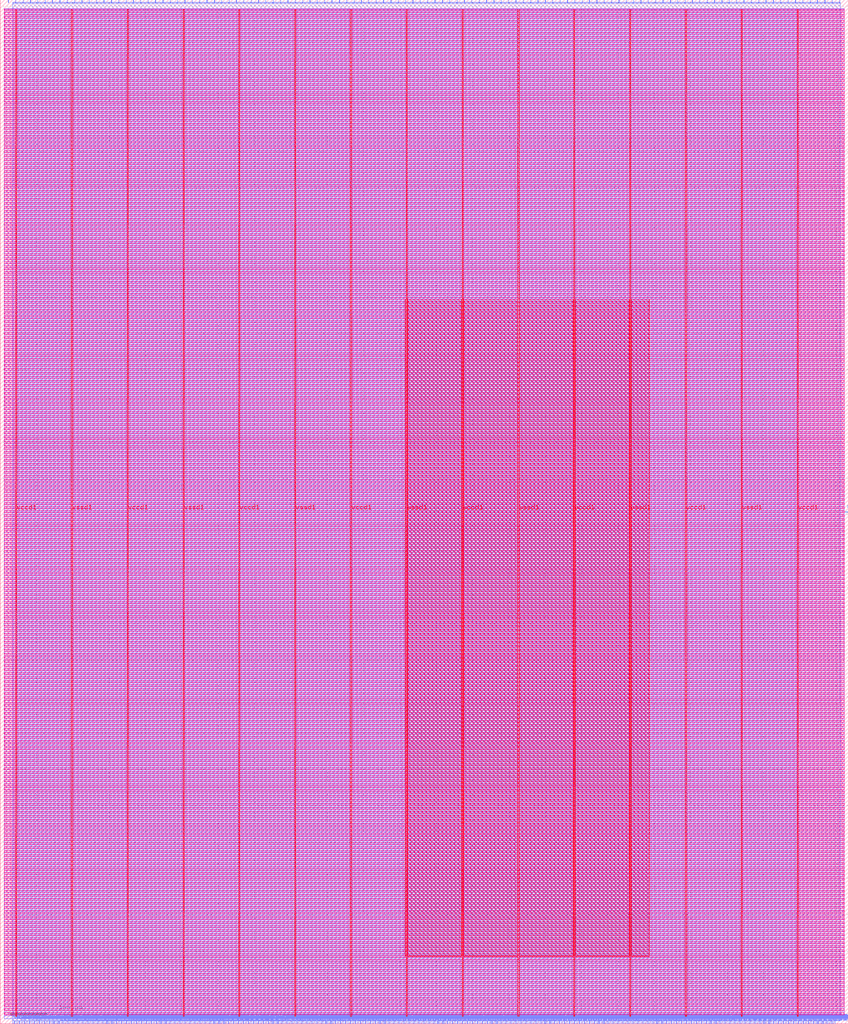
<source format=lef>
VERSION 5.7 ;
  NOWIREEXTENSIONATPIN ON ;
  DIVIDERCHAR "/" ;
  BUSBITCHARS "[]" ;
MACRO rift2Wrap
  CLASS BLOCK ;
  FOREIGN rift2Wrap ;
  ORIGIN 0.000 0.000 ;
  SIZE 1166.680 BY 1408.530 ;
  PIN io_in[0]
    DIRECTION INPUT ;
    USE SIGNAL ;
    PORT
      LAYER met2 ;
        RECT 11.130 1404.530 11.410 1408.530 ;
    END
  END io_in[0]
  PIN io_in[10]
    DIRECTION INPUT ;
    USE SIGNAL ;
    PORT
      LAYER met2 ;
        RECT 314.730 1404.530 315.010 1408.530 ;
    END
  END io_in[10]
  PIN io_in[11]
    DIRECTION INPUT ;
    USE SIGNAL ;
    PORT
      LAYER met2 ;
        RECT 345.090 1404.530 345.370 1408.530 ;
    END
  END io_in[11]
  PIN io_in[12]
    DIRECTION INPUT ;
    USE SIGNAL ;
    PORT
      LAYER met2 ;
        RECT 375.450 1404.530 375.730 1408.530 ;
    END
  END io_in[12]
  PIN io_in[13]
    DIRECTION INPUT ;
    USE SIGNAL ;
    PORT
      LAYER met2 ;
        RECT 405.810 1404.530 406.090 1408.530 ;
    END
  END io_in[13]
  PIN io_in[14]
    DIRECTION INPUT ;
    USE SIGNAL ;
    PORT
      LAYER met2 ;
        RECT 436.170 1404.530 436.450 1408.530 ;
    END
  END io_in[14]
  PIN io_in[15]
    DIRECTION INPUT ;
    USE SIGNAL ;
    PORT
      LAYER met2 ;
        RECT 466.530 1404.530 466.810 1408.530 ;
    END
  END io_in[15]
  PIN io_in[16]
    DIRECTION INPUT ;
    USE SIGNAL ;
    PORT
      LAYER met2 ;
        RECT 496.890 1404.530 497.170 1408.530 ;
    END
  END io_in[16]
  PIN io_in[17]
    DIRECTION INPUT ;
    USE SIGNAL ;
    PORT
      LAYER met2 ;
        RECT 527.250 1404.530 527.530 1408.530 ;
    END
  END io_in[17]
  PIN io_in[18]
    DIRECTION INPUT ;
    USE SIGNAL ;
    PORT
      LAYER met2 ;
        RECT 557.610 1404.530 557.890 1408.530 ;
    END
  END io_in[18]
  PIN io_in[19]
    DIRECTION INPUT ;
    USE SIGNAL ;
    PORT
      LAYER met2 ;
        RECT 587.970 1404.530 588.250 1408.530 ;
    END
  END io_in[19]
  PIN io_in[1]
    DIRECTION INPUT ;
    USE SIGNAL ;
    PORT
      LAYER met2 ;
        RECT 41.490 1404.530 41.770 1408.530 ;
    END
  END io_in[1]
  PIN io_in[20]
    DIRECTION INPUT ;
    USE SIGNAL ;
    PORT
      LAYER met2 ;
        RECT 618.330 1404.530 618.610 1408.530 ;
    END
  END io_in[20]
  PIN io_in[21]
    DIRECTION INPUT ;
    USE SIGNAL ;
    PORT
      LAYER met2 ;
        RECT 648.690 1404.530 648.970 1408.530 ;
    END
  END io_in[21]
  PIN io_in[22]
    DIRECTION INPUT ;
    USE SIGNAL ;
    PORT
      LAYER met2 ;
        RECT 679.050 1404.530 679.330 1408.530 ;
    END
  END io_in[22]
  PIN io_in[23]
    DIRECTION INPUT ;
    USE SIGNAL ;
    PORT
      LAYER met2 ;
        RECT 709.410 1404.530 709.690 1408.530 ;
    END
  END io_in[23]
  PIN io_in[24]
    DIRECTION INPUT ;
    USE SIGNAL ;
    PORT
      LAYER met2 ;
        RECT 739.770 1404.530 740.050 1408.530 ;
    END
  END io_in[24]
  PIN io_in[25]
    DIRECTION INPUT ;
    USE SIGNAL ;
    PORT
      LAYER met2 ;
        RECT 770.130 1404.530 770.410 1408.530 ;
    END
  END io_in[25]
  PIN io_in[26]
    DIRECTION INPUT ;
    USE SIGNAL ;
    PORT
      LAYER met2 ;
        RECT 800.490 1404.530 800.770 1408.530 ;
    END
  END io_in[26]
  PIN io_in[27]
    DIRECTION INPUT ;
    USE SIGNAL ;
    PORT
      LAYER met2 ;
        RECT 830.850 1404.530 831.130 1408.530 ;
    END
  END io_in[27]
  PIN io_in[28]
    DIRECTION INPUT ;
    USE SIGNAL ;
    PORT
      LAYER met2 ;
        RECT 861.210 1404.530 861.490 1408.530 ;
    END
  END io_in[28]
  PIN io_in[29]
    DIRECTION INPUT ;
    USE SIGNAL ;
    PORT
      LAYER met2 ;
        RECT 891.570 1404.530 891.850 1408.530 ;
    END
  END io_in[29]
  PIN io_in[2]
    DIRECTION INPUT ;
    USE SIGNAL ;
    PORT
      LAYER met2 ;
        RECT 71.850 1404.530 72.130 1408.530 ;
    END
  END io_in[2]
  PIN io_in[30]
    DIRECTION INPUT ;
    USE SIGNAL ;
    PORT
      LAYER met2 ;
        RECT 921.930 1404.530 922.210 1408.530 ;
    END
  END io_in[30]
  PIN io_in[31]
    DIRECTION INPUT ;
    USE SIGNAL ;
    PORT
      LAYER met2 ;
        RECT 952.290 1404.530 952.570 1408.530 ;
    END
  END io_in[31]
  PIN io_in[32]
    DIRECTION INPUT ;
    USE SIGNAL ;
    PORT
      LAYER met2 ;
        RECT 982.650 1404.530 982.930 1408.530 ;
    END
  END io_in[32]
  PIN io_in[33]
    DIRECTION INPUT ;
    USE SIGNAL ;
    PORT
      LAYER met2 ;
        RECT 1013.010 1404.530 1013.290 1408.530 ;
    END
  END io_in[33]
  PIN io_in[34]
    DIRECTION INPUT ;
    USE SIGNAL ;
    PORT
      LAYER met2 ;
        RECT 1043.370 1404.530 1043.650 1408.530 ;
    END
  END io_in[34]
  PIN io_in[35]
    DIRECTION INPUT ;
    USE SIGNAL ;
    PORT
      LAYER met2 ;
        RECT 1073.730 1404.530 1074.010 1408.530 ;
    END
  END io_in[35]
  PIN io_in[36]
    DIRECTION INPUT ;
    USE SIGNAL ;
    PORT
      LAYER met2 ;
        RECT 1104.090 1404.530 1104.370 1408.530 ;
    END
  END io_in[36]
  PIN io_in[37]
    DIRECTION INPUT ;
    USE SIGNAL ;
    PORT
      LAYER met2 ;
        RECT 1134.450 1404.530 1134.730 1408.530 ;
    END
  END io_in[37]
  PIN io_in[3]
    DIRECTION INPUT ;
    USE SIGNAL ;
    PORT
      LAYER met2 ;
        RECT 102.210 1404.530 102.490 1408.530 ;
    END
  END io_in[3]
  PIN io_in[4]
    DIRECTION INPUT ;
    USE SIGNAL ;
    PORT
      LAYER met2 ;
        RECT 132.570 1404.530 132.850 1408.530 ;
    END
  END io_in[4]
  PIN io_in[5]
    DIRECTION INPUT ;
    USE SIGNAL ;
    PORT
      LAYER met2 ;
        RECT 162.930 1404.530 163.210 1408.530 ;
    END
  END io_in[5]
  PIN io_in[6]
    DIRECTION INPUT ;
    USE SIGNAL ;
    PORT
      LAYER met2 ;
        RECT 193.290 1404.530 193.570 1408.530 ;
    END
  END io_in[6]
  PIN io_in[7]
    DIRECTION INPUT ;
    USE SIGNAL ;
    PORT
      LAYER met2 ;
        RECT 223.650 1404.530 223.930 1408.530 ;
    END
  END io_in[7]
  PIN io_in[8]
    DIRECTION INPUT ;
    USE SIGNAL ;
    PORT
      LAYER met2 ;
        RECT 254.010 1404.530 254.290 1408.530 ;
    END
  END io_in[8]
  PIN io_in[9]
    DIRECTION INPUT ;
    USE SIGNAL ;
    PORT
      LAYER met2 ;
        RECT 284.370 1404.530 284.650 1408.530 ;
    END
  END io_in[9]
  PIN io_oeb[0]
    DIRECTION OUTPUT TRISTATE ;
    USE SIGNAL ;
    PORT
      LAYER met2 ;
        RECT 21.250 1404.530 21.530 1408.530 ;
    END
  END io_oeb[0]
  PIN io_oeb[10]
    DIRECTION OUTPUT TRISTATE ;
    USE SIGNAL ;
    PORT
      LAYER met2 ;
        RECT 324.850 1404.530 325.130 1408.530 ;
    END
  END io_oeb[10]
  PIN io_oeb[11]
    DIRECTION OUTPUT TRISTATE ;
    USE SIGNAL ;
    PORT
      LAYER met2 ;
        RECT 355.210 1404.530 355.490 1408.530 ;
    END
  END io_oeb[11]
  PIN io_oeb[12]
    DIRECTION OUTPUT TRISTATE ;
    USE SIGNAL ;
    PORT
      LAYER met2 ;
        RECT 385.570 1404.530 385.850 1408.530 ;
    END
  END io_oeb[12]
  PIN io_oeb[13]
    DIRECTION OUTPUT TRISTATE ;
    USE SIGNAL ;
    PORT
      LAYER met2 ;
        RECT 415.930 1404.530 416.210 1408.530 ;
    END
  END io_oeb[13]
  PIN io_oeb[14]
    DIRECTION OUTPUT TRISTATE ;
    USE SIGNAL ;
    PORT
      LAYER met2 ;
        RECT 446.290 1404.530 446.570 1408.530 ;
    END
  END io_oeb[14]
  PIN io_oeb[15]
    DIRECTION OUTPUT TRISTATE ;
    USE SIGNAL ;
    PORT
      LAYER met2 ;
        RECT 476.650 1404.530 476.930 1408.530 ;
    END
  END io_oeb[15]
  PIN io_oeb[16]
    DIRECTION OUTPUT TRISTATE ;
    USE SIGNAL ;
    PORT
      LAYER met2 ;
        RECT 507.010 1404.530 507.290 1408.530 ;
    END
  END io_oeb[16]
  PIN io_oeb[17]
    DIRECTION OUTPUT TRISTATE ;
    USE SIGNAL ;
    PORT
      LAYER met2 ;
        RECT 537.370 1404.530 537.650 1408.530 ;
    END
  END io_oeb[17]
  PIN io_oeb[18]
    DIRECTION OUTPUT TRISTATE ;
    USE SIGNAL ;
    PORT
      LAYER met2 ;
        RECT 567.730 1404.530 568.010 1408.530 ;
    END
  END io_oeb[18]
  PIN io_oeb[19]
    DIRECTION OUTPUT TRISTATE ;
    USE SIGNAL ;
    PORT
      LAYER met2 ;
        RECT 598.090 1404.530 598.370 1408.530 ;
    END
  END io_oeb[19]
  PIN io_oeb[1]
    DIRECTION OUTPUT TRISTATE ;
    USE SIGNAL ;
    PORT
      LAYER met2 ;
        RECT 51.610 1404.530 51.890 1408.530 ;
    END
  END io_oeb[1]
  PIN io_oeb[20]
    DIRECTION OUTPUT TRISTATE ;
    USE SIGNAL ;
    PORT
      LAYER met2 ;
        RECT 628.450 1404.530 628.730 1408.530 ;
    END
  END io_oeb[20]
  PIN io_oeb[21]
    DIRECTION OUTPUT TRISTATE ;
    USE SIGNAL ;
    PORT
      LAYER met2 ;
        RECT 658.810 1404.530 659.090 1408.530 ;
    END
  END io_oeb[21]
  PIN io_oeb[22]
    DIRECTION OUTPUT TRISTATE ;
    USE SIGNAL ;
    PORT
      LAYER met2 ;
        RECT 689.170 1404.530 689.450 1408.530 ;
    END
  END io_oeb[22]
  PIN io_oeb[23]
    DIRECTION OUTPUT TRISTATE ;
    USE SIGNAL ;
    PORT
      LAYER met2 ;
        RECT 719.530 1404.530 719.810 1408.530 ;
    END
  END io_oeb[23]
  PIN io_oeb[24]
    DIRECTION OUTPUT TRISTATE ;
    USE SIGNAL ;
    PORT
      LAYER met2 ;
        RECT 749.890 1404.530 750.170 1408.530 ;
    END
  END io_oeb[24]
  PIN io_oeb[25]
    DIRECTION OUTPUT TRISTATE ;
    USE SIGNAL ;
    PORT
      LAYER met2 ;
        RECT 780.250 1404.530 780.530 1408.530 ;
    END
  END io_oeb[25]
  PIN io_oeb[26]
    DIRECTION OUTPUT TRISTATE ;
    USE SIGNAL ;
    PORT
      LAYER met2 ;
        RECT 810.610 1404.530 810.890 1408.530 ;
    END
  END io_oeb[26]
  PIN io_oeb[27]
    DIRECTION OUTPUT TRISTATE ;
    USE SIGNAL ;
    PORT
      LAYER met2 ;
        RECT 840.970 1404.530 841.250 1408.530 ;
    END
  END io_oeb[27]
  PIN io_oeb[28]
    DIRECTION OUTPUT TRISTATE ;
    USE SIGNAL ;
    PORT
      LAYER met2 ;
        RECT 871.330 1404.530 871.610 1408.530 ;
    END
  END io_oeb[28]
  PIN io_oeb[29]
    DIRECTION OUTPUT TRISTATE ;
    USE SIGNAL ;
    PORT
      LAYER met2 ;
        RECT 901.690 1404.530 901.970 1408.530 ;
    END
  END io_oeb[29]
  PIN io_oeb[2]
    DIRECTION OUTPUT TRISTATE ;
    USE SIGNAL ;
    PORT
      LAYER met2 ;
        RECT 81.970 1404.530 82.250 1408.530 ;
    END
  END io_oeb[2]
  PIN io_oeb[30]
    DIRECTION OUTPUT TRISTATE ;
    USE SIGNAL ;
    PORT
      LAYER met2 ;
        RECT 932.050 1404.530 932.330 1408.530 ;
    END
  END io_oeb[30]
  PIN io_oeb[31]
    DIRECTION OUTPUT TRISTATE ;
    USE SIGNAL ;
    PORT
      LAYER met2 ;
        RECT 962.410 1404.530 962.690 1408.530 ;
    END
  END io_oeb[31]
  PIN io_oeb[32]
    DIRECTION OUTPUT TRISTATE ;
    USE SIGNAL ;
    PORT
      LAYER met2 ;
        RECT 992.770 1404.530 993.050 1408.530 ;
    END
  END io_oeb[32]
  PIN io_oeb[33]
    DIRECTION OUTPUT TRISTATE ;
    USE SIGNAL ;
    PORT
      LAYER met2 ;
        RECT 1023.130 1404.530 1023.410 1408.530 ;
    END
  END io_oeb[33]
  PIN io_oeb[34]
    DIRECTION OUTPUT TRISTATE ;
    USE SIGNAL ;
    PORT
      LAYER met2 ;
        RECT 1053.490 1404.530 1053.770 1408.530 ;
    END
  END io_oeb[34]
  PIN io_oeb[35]
    DIRECTION OUTPUT TRISTATE ;
    USE SIGNAL ;
    PORT
      LAYER met2 ;
        RECT 1083.850 1404.530 1084.130 1408.530 ;
    END
  END io_oeb[35]
  PIN io_oeb[36]
    DIRECTION OUTPUT TRISTATE ;
    USE SIGNAL ;
    PORT
      LAYER met2 ;
        RECT 1114.210 1404.530 1114.490 1408.530 ;
    END
  END io_oeb[36]
  PIN io_oeb[37]
    DIRECTION OUTPUT TRISTATE ;
    USE SIGNAL ;
    PORT
      LAYER met2 ;
        RECT 1144.570 1404.530 1144.850 1408.530 ;
    END
  END io_oeb[37]
  PIN io_oeb[3]
    DIRECTION OUTPUT TRISTATE ;
    USE SIGNAL ;
    PORT
      LAYER met2 ;
        RECT 112.330 1404.530 112.610 1408.530 ;
    END
  END io_oeb[3]
  PIN io_oeb[4]
    DIRECTION OUTPUT TRISTATE ;
    USE SIGNAL ;
    PORT
      LAYER met2 ;
        RECT 142.690 1404.530 142.970 1408.530 ;
    END
  END io_oeb[4]
  PIN io_oeb[5]
    DIRECTION OUTPUT TRISTATE ;
    USE SIGNAL ;
    PORT
      LAYER met2 ;
        RECT 173.050 1404.530 173.330 1408.530 ;
    END
  END io_oeb[5]
  PIN io_oeb[6]
    DIRECTION OUTPUT TRISTATE ;
    USE SIGNAL ;
    PORT
      LAYER met2 ;
        RECT 203.410 1404.530 203.690 1408.530 ;
    END
  END io_oeb[6]
  PIN io_oeb[7]
    DIRECTION OUTPUT TRISTATE ;
    USE SIGNAL ;
    PORT
      LAYER met2 ;
        RECT 233.770 1404.530 234.050 1408.530 ;
    END
  END io_oeb[7]
  PIN io_oeb[8]
    DIRECTION OUTPUT TRISTATE ;
    USE SIGNAL ;
    PORT
      LAYER met2 ;
        RECT 264.130 1404.530 264.410 1408.530 ;
    END
  END io_oeb[8]
  PIN io_oeb[9]
    DIRECTION OUTPUT TRISTATE ;
    USE SIGNAL ;
    PORT
      LAYER met2 ;
        RECT 294.490 1404.530 294.770 1408.530 ;
    END
  END io_oeb[9]
  PIN io_out[0]
    DIRECTION OUTPUT TRISTATE ;
    USE SIGNAL ;
    PORT
      LAYER met2 ;
        RECT 31.370 1404.530 31.650 1408.530 ;
    END
  END io_out[0]
  PIN io_out[10]
    DIRECTION OUTPUT TRISTATE ;
    USE SIGNAL ;
    PORT
      LAYER met2 ;
        RECT 334.970 1404.530 335.250 1408.530 ;
    END
  END io_out[10]
  PIN io_out[11]
    DIRECTION OUTPUT TRISTATE ;
    USE SIGNAL ;
    PORT
      LAYER met2 ;
        RECT 365.330 1404.530 365.610 1408.530 ;
    END
  END io_out[11]
  PIN io_out[12]
    DIRECTION OUTPUT TRISTATE ;
    USE SIGNAL ;
    PORT
      LAYER met2 ;
        RECT 395.690 1404.530 395.970 1408.530 ;
    END
  END io_out[12]
  PIN io_out[13]
    DIRECTION OUTPUT TRISTATE ;
    USE SIGNAL ;
    PORT
      LAYER met2 ;
        RECT 426.050 1404.530 426.330 1408.530 ;
    END
  END io_out[13]
  PIN io_out[14]
    DIRECTION OUTPUT TRISTATE ;
    USE SIGNAL ;
    PORT
      LAYER met2 ;
        RECT 456.410 1404.530 456.690 1408.530 ;
    END
  END io_out[14]
  PIN io_out[15]
    DIRECTION OUTPUT TRISTATE ;
    USE SIGNAL ;
    PORT
      LAYER met2 ;
        RECT 486.770 1404.530 487.050 1408.530 ;
    END
  END io_out[15]
  PIN io_out[16]
    DIRECTION OUTPUT TRISTATE ;
    USE SIGNAL ;
    PORT
      LAYER met2 ;
        RECT 517.130 1404.530 517.410 1408.530 ;
    END
  END io_out[16]
  PIN io_out[17]
    DIRECTION OUTPUT TRISTATE ;
    USE SIGNAL ;
    PORT
      LAYER met2 ;
        RECT 547.490 1404.530 547.770 1408.530 ;
    END
  END io_out[17]
  PIN io_out[18]
    DIRECTION OUTPUT TRISTATE ;
    USE SIGNAL ;
    PORT
      LAYER met2 ;
        RECT 577.850 1404.530 578.130 1408.530 ;
    END
  END io_out[18]
  PIN io_out[19]
    DIRECTION OUTPUT TRISTATE ;
    USE SIGNAL ;
    PORT
      LAYER met2 ;
        RECT 608.210 1404.530 608.490 1408.530 ;
    END
  END io_out[19]
  PIN io_out[1]
    DIRECTION OUTPUT TRISTATE ;
    USE SIGNAL ;
    PORT
      LAYER met2 ;
        RECT 61.730 1404.530 62.010 1408.530 ;
    END
  END io_out[1]
  PIN io_out[20]
    DIRECTION OUTPUT TRISTATE ;
    USE SIGNAL ;
    PORT
      LAYER met2 ;
        RECT 638.570 1404.530 638.850 1408.530 ;
    END
  END io_out[20]
  PIN io_out[21]
    DIRECTION OUTPUT TRISTATE ;
    USE SIGNAL ;
    PORT
      LAYER met2 ;
        RECT 668.930 1404.530 669.210 1408.530 ;
    END
  END io_out[21]
  PIN io_out[22]
    DIRECTION OUTPUT TRISTATE ;
    USE SIGNAL ;
    PORT
      LAYER met2 ;
        RECT 699.290 1404.530 699.570 1408.530 ;
    END
  END io_out[22]
  PIN io_out[23]
    DIRECTION OUTPUT TRISTATE ;
    USE SIGNAL ;
    PORT
      LAYER met2 ;
        RECT 729.650 1404.530 729.930 1408.530 ;
    END
  END io_out[23]
  PIN io_out[24]
    DIRECTION OUTPUT TRISTATE ;
    USE SIGNAL ;
    PORT
      LAYER met2 ;
        RECT 760.010 1404.530 760.290 1408.530 ;
    END
  END io_out[24]
  PIN io_out[25]
    DIRECTION OUTPUT TRISTATE ;
    USE SIGNAL ;
    PORT
      LAYER met2 ;
        RECT 790.370 1404.530 790.650 1408.530 ;
    END
  END io_out[25]
  PIN io_out[26]
    DIRECTION OUTPUT TRISTATE ;
    USE SIGNAL ;
    PORT
      LAYER met2 ;
        RECT 820.730 1404.530 821.010 1408.530 ;
    END
  END io_out[26]
  PIN io_out[27]
    DIRECTION OUTPUT TRISTATE ;
    USE SIGNAL ;
    PORT
      LAYER met2 ;
        RECT 851.090 1404.530 851.370 1408.530 ;
    END
  END io_out[27]
  PIN io_out[28]
    DIRECTION OUTPUT TRISTATE ;
    USE SIGNAL ;
    PORT
      LAYER met2 ;
        RECT 881.450 1404.530 881.730 1408.530 ;
    END
  END io_out[28]
  PIN io_out[29]
    DIRECTION OUTPUT TRISTATE ;
    USE SIGNAL ;
    PORT
      LAYER met2 ;
        RECT 911.810 1404.530 912.090 1408.530 ;
    END
  END io_out[29]
  PIN io_out[2]
    DIRECTION OUTPUT TRISTATE ;
    USE SIGNAL ;
    PORT
      LAYER met2 ;
        RECT 92.090 1404.530 92.370 1408.530 ;
    END
  END io_out[2]
  PIN io_out[30]
    DIRECTION OUTPUT TRISTATE ;
    USE SIGNAL ;
    PORT
      LAYER met2 ;
        RECT 942.170 1404.530 942.450 1408.530 ;
    END
  END io_out[30]
  PIN io_out[31]
    DIRECTION OUTPUT TRISTATE ;
    USE SIGNAL ;
    PORT
      LAYER met2 ;
        RECT 972.530 1404.530 972.810 1408.530 ;
    END
  END io_out[31]
  PIN io_out[32]
    DIRECTION OUTPUT TRISTATE ;
    USE SIGNAL ;
    PORT
      LAYER met2 ;
        RECT 1002.890 1404.530 1003.170 1408.530 ;
    END
  END io_out[32]
  PIN io_out[33]
    DIRECTION OUTPUT TRISTATE ;
    USE SIGNAL ;
    PORT
      LAYER met2 ;
        RECT 1033.250 1404.530 1033.530 1408.530 ;
    END
  END io_out[33]
  PIN io_out[34]
    DIRECTION OUTPUT TRISTATE ;
    USE SIGNAL ;
    PORT
      LAYER met2 ;
        RECT 1063.610 1404.530 1063.890 1408.530 ;
    END
  END io_out[34]
  PIN io_out[35]
    DIRECTION OUTPUT TRISTATE ;
    USE SIGNAL ;
    PORT
      LAYER met2 ;
        RECT 1093.970 1404.530 1094.250 1408.530 ;
    END
  END io_out[35]
  PIN io_out[36]
    DIRECTION OUTPUT TRISTATE ;
    USE SIGNAL ;
    PORT
      LAYER met2 ;
        RECT 1124.330 1404.530 1124.610 1408.530 ;
    END
  END io_out[36]
  PIN io_out[37]
    DIRECTION OUTPUT TRISTATE ;
    USE SIGNAL ;
    PORT
      LAYER met2 ;
        RECT 1154.690 1404.530 1154.970 1408.530 ;
    END
  END io_out[37]
  PIN io_out[3]
    DIRECTION OUTPUT TRISTATE ;
    USE SIGNAL ;
    PORT
      LAYER met2 ;
        RECT 122.450 1404.530 122.730 1408.530 ;
    END
  END io_out[3]
  PIN io_out[4]
    DIRECTION OUTPUT TRISTATE ;
    USE SIGNAL ;
    PORT
      LAYER met2 ;
        RECT 152.810 1404.530 153.090 1408.530 ;
    END
  END io_out[4]
  PIN io_out[5]
    DIRECTION OUTPUT TRISTATE ;
    USE SIGNAL ;
    PORT
      LAYER met2 ;
        RECT 183.170 1404.530 183.450 1408.530 ;
    END
  END io_out[5]
  PIN io_out[6]
    DIRECTION OUTPUT TRISTATE ;
    USE SIGNAL ;
    PORT
      LAYER met2 ;
        RECT 213.530 1404.530 213.810 1408.530 ;
    END
  END io_out[6]
  PIN io_out[7]
    DIRECTION OUTPUT TRISTATE ;
    USE SIGNAL ;
    PORT
      LAYER met2 ;
        RECT 243.890 1404.530 244.170 1408.530 ;
    END
  END io_out[7]
  PIN io_out[8]
    DIRECTION OUTPUT TRISTATE ;
    USE SIGNAL ;
    PORT
      LAYER met2 ;
        RECT 274.250 1404.530 274.530 1408.530 ;
    END
  END io_out[8]
  PIN io_out[9]
    DIRECTION OUTPUT TRISTATE ;
    USE SIGNAL ;
    PORT
      LAYER met2 ;
        RECT 304.610 1404.530 304.890 1408.530 ;
    END
  END io_out[9]
  PIN la_data_in[0]
    DIRECTION INPUT ;
    USE SIGNAL ;
    PORT
      LAYER met2 ;
        RECT 260.910 0.000 261.190 4.000 ;
    END
  END la_data_in[0]
  PIN la_data_in[100]
    DIRECTION INPUT ;
    USE SIGNAL ;
    PORT
      LAYER met2 ;
        RECT 950.910 0.000 951.190 4.000 ;
    END
  END la_data_in[100]
  PIN la_data_in[101]
    DIRECTION INPUT ;
    USE SIGNAL ;
    PORT
      LAYER met2 ;
        RECT 957.810 0.000 958.090 4.000 ;
    END
  END la_data_in[101]
  PIN la_data_in[102]
    DIRECTION INPUT ;
    USE SIGNAL ;
    PORT
      LAYER met2 ;
        RECT 964.710 0.000 964.990 4.000 ;
    END
  END la_data_in[102]
  PIN la_data_in[103]
    DIRECTION INPUT ;
    USE SIGNAL ;
    PORT
      LAYER met2 ;
        RECT 971.610 0.000 971.890 4.000 ;
    END
  END la_data_in[103]
  PIN la_data_in[104]
    DIRECTION INPUT ;
    USE SIGNAL ;
    PORT
      LAYER met2 ;
        RECT 978.510 0.000 978.790 4.000 ;
    END
  END la_data_in[104]
  PIN la_data_in[105]
    DIRECTION INPUT ;
    USE SIGNAL ;
    PORT
      LAYER met2 ;
        RECT 985.410 0.000 985.690 4.000 ;
    END
  END la_data_in[105]
  PIN la_data_in[106]
    DIRECTION INPUT ;
    USE SIGNAL ;
    PORT
      LAYER met2 ;
        RECT 992.310 0.000 992.590 4.000 ;
    END
  END la_data_in[106]
  PIN la_data_in[107]
    DIRECTION INPUT ;
    USE SIGNAL ;
    PORT
      LAYER met2 ;
        RECT 999.210 0.000 999.490 4.000 ;
    END
  END la_data_in[107]
  PIN la_data_in[108]
    DIRECTION INPUT ;
    USE SIGNAL ;
    PORT
      LAYER met2 ;
        RECT 1006.110 0.000 1006.390 4.000 ;
    END
  END la_data_in[108]
  PIN la_data_in[109]
    DIRECTION INPUT ;
    USE SIGNAL ;
    PORT
      LAYER met2 ;
        RECT 1013.010 0.000 1013.290 4.000 ;
    END
  END la_data_in[109]
  PIN la_data_in[10]
    DIRECTION INPUT ;
    USE SIGNAL ;
    PORT
      LAYER met2 ;
        RECT 329.910 0.000 330.190 4.000 ;
    END
  END la_data_in[10]
  PIN la_data_in[110]
    DIRECTION INPUT ;
    USE SIGNAL ;
    PORT
      LAYER met2 ;
        RECT 1019.910 0.000 1020.190 4.000 ;
    END
  END la_data_in[110]
  PIN la_data_in[111]
    DIRECTION INPUT ;
    USE SIGNAL ;
    PORT
      LAYER met2 ;
        RECT 1026.810 0.000 1027.090 4.000 ;
    END
  END la_data_in[111]
  PIN la_data_in[112]
    DIRECTION INPUT ;
    USE SIGNAL ;
    PORT
      LAYER met2 ;
        RECT 1033.710 0.000 1033.990 4.000 ;
    END
  END la_data_in[112]
  PIN la_data_in[113]
    DIRECTION INPUT ;
    USE SIGNAL ;
    PORT
      LAYER met2 ;
        RECT 1040.610 0.000 1040.890 4.000 ;
    END
  END la_data_in[113]
  PIN la_data_in[114]
    DIRECTION INPUT ;
    USE SIGNAL ;
    PORT
      LAYER met2 ;
        RECT 1047.510 0.000 1047.790 4.000 ;
    END
  END la_data_in[114]
  PIN la_data_in[115]
    DIRECTION INPUT ;
    USE SIGNAL ;
    PORT
      LAYER met2 ;
        RECT 1054.410 0.000 1054.690 4.000 ;
    END
  END la_data_in[115]
  PIN la_data_in[116]
    DIRECTION INPUT ;
    USE SIGNAL ;
    PORT
      LAYER met2 ;
        RECT 1061.310 0.000 1061.590 4.000 ;
    END
  END la_data_in[116]
  PIN la_data_in[117]
    DIRECTION INPUT ;
    USE SIGNAL ;
    PORT
      LAYER met2 ;
        RECT 1068.210 0.000 1068.490 4.000 ;
    END
  END la_data_in[117]
  PIN la_data_in[118]
    DIRECTION INPUT ;
    USE SIGNAL ;
    PORT
      LAYER met2 ;
        RECT 1075.110 0.000 1075.390 4.000 ;
    END
  END la_data_in[118]
  PIN la_data_in[119]
    DIRECTION INPUT ;
    USE SIGNAL ;
    PORT
      LAYER met2 ;
        RECT 1082.010 0.000 1082.290 4.000 ;
    END
  END la_data_in[119]
  PIN la_data_in[11]
    DIRECTION INPUT ;
    USE SIGNAL ;
    PORT
      LAYER met2 ;
        RECT 336.810 0.000 337.090 4.000 ;
    END
  END la_data_in[11]
  PIN la_data_in[120]
    DIRECTION INPUT ;
    USE SIGNAL ;
    PORT
      LAYER met2 ;
        RECT 1088.910 0.000 1089.190 4.000 ;
    END
  END la_data_in[120]
  PIN la_data_in[121]
    DIRECTION INPUT ;
    USE SIGNAL ;
    PORT
      LAYER met2 ;
        RECT 1095.810 0.000 1096.090 4.000 ;
    END
  END la_data_in[121]
  PIN la_data_in[122]
    DIRECTION INPUT ;
    USE SIGNAL ;
    PORT
      LAYER met2 ;
        RECT 1102.710 0.000 1102.990 4.000 ;
    END
  END la_data_in[122]
  PIN la_data_in[123]
    DIRECTION INPUT ;
    USE SIGNAL ;
    PORT
      LAYER met2 ;
        RECT 1109.610 0.000 1109.890 4.000 ;
    END
  END la_data_in[123]
  PIN la_data_in[124]
    DIRECTION INPUT ;
    USE SIGNAL ;
    PORT
      LAYER met2 ;
        RECT 1116.510 0.000 1116.790 4.000 ;
    END
  END la_data_in[124]
  PIN la_data_in[125]
    DIRECTION INPUT ;
    USE SIGNAL ;
    PORT
      LAYER met2 ;
        RECT 1123.410 0.000 1123.690 4.000 ;
    END
  END la_data_in[125]
  PIN la_data_in[126]
    DIRECTION INPUT ;
    USE SIGNAL ;
    PORT
      LAYER met2 ;
        RECT 1130.310 0.000 1130.590 4.000 ;
    END
  END la_data_in[126]
  PIN la_data_in[127]
    DIRECTION INPUT ;
    USE SIGNAL ;
    PORT
      LAYER met2 ;
        RECT 1137.210 0.000 1137.490 4.000 ;
    END
  END la_data_in[127]
  PIN la_data_in[12]
    DIRECTION INPUT ;
    USE SIGNAL ;
    PORT
      LAYER met2 ;
        RECT 343.710 0.000 343.990 4.000 ;
    END
  END la_data_in[12]
  PIN la_data_in[13]
    DIRECTION INPUT ;
    USE SIGNAL ;
    PORT
      LAYER met2 ;
        RECT 350.610 0.000 350.890 4.000 ;
    END
  END la_data_in[13]
  PIN la_data_in[14]
    DIRECTION INPUT ;
    USE SIGNAL ;
    PORT
      LAYER met2 ;
        RECT 357.510 0.000 357.790 4.000 ;
    END
  END la_data_in[14]
  PIN la_data_in[15]
    DIRECTION INPUT ;
    USE SIGNAL ;
    PORT
      LAYER met2 ;
        RECT 364.410 0.000 364.690 4.000 ;
    END
  END la_data_in[15]
  PIN la_data_in[16]
    DIRECTION INPUT ;
    USE SIGNAL ;
    PORT
      LAYER met2 ;
        RECT 371.310 0.000 371.590 4.000 ;
    END
  END la_data_in[16]
  PIN la_data_in[17]
    DIRECTION INPUT ;
    USE SIGNAL ;
    PORT
      LAYER met2 ;
        RECT 378.210 0.000 378.490 4.000 ;
    END
  END la_data_in[17]
  PIN la_data_in[18]
    DIRECTION INPUT ;
    USE SIGNAL ;
    PORT
      LAYER met2 ;
        RECT 385.110 0.000 385.390 4.000 ;
    END
  END la_data_in[18]
  PIN la_data_in[19]
    DIRECTION INPUT ;
    USE SIGNAL ;
    PORT
      LAYER met2 ;
        RECT 392.010 0.000 392.290 4.000 ;
    END
  END la_data_in[19]
  PIN la_data_in[1]
    DIRECTION INPUT ;
    USE SIGNAL ;
    PORT
      LAYER met2 ;
        RECT 267.810 0.000 268.090 4.000 ;
    END
  END la_data_in[1]
  PIN la_data_in[20]
    DIRECTION INPUT ;
    USE SIGNAL ;
    PORT
      LAYER met2 ;
        RECT 398.910 0.000 399.190 4.000 ;
    END
  END la_data_in[20]
  PIN la_data_in[21]
    DIRECTION INPUT ;
    USE SIGNAL ;
    PORT
      LAYER met2 ;
        RECT 405.810 0.000 406.090 4.000 ;
    END
  END la_data_in[21]
  PIN la_data_in[22]
    DIRECTION INPUT ;
    USE SIGNAL ;
    PORT
      LAYER met2 ;
        RECT 412.710 0.000 412.990 4.000 ;
    END
  END la_data_in[22]
  PIN la_data_in[23]
    DIRECTION INPUT ;
    USE SIGNAL ;
    PORT
      LAYER met2 ;
        RECT 419.610 0.000 419.890 4.000 ;
    END
  END la_data_in[23]
  PIN la_data_in[24]
    DIRECTION INPUT ;
    USE SIGNAL ;
    PORT
      LAYER met2 ;
        RECT 426.510 0.000 426.790 4.000 ;
    END
  END la_data_in[24]
  PIN la_data_in[25]
    DIRECTION INPUT ;
    USE SIGNAL ;
    PORT
      LAYER met2 ;
        RECT 433.410 0.000 433.690 4.000 ;
    END
  END la_data_in[25]
  PIN la_data_in[26]
    DIRECTION INPUT ;
    USE SIGNAL ;
    PORT
      LAYER met2 ;
        RECT 440.310 0.000 440.590 4.000 ;
    END
  END la_data_in[26]
  PIN la_data_in[27]
    DIRECTION INPUT ;
    USE SIGNAL ;
    PORT
      LAYER met2 ;
        RECT 447.210 0.000 447.490 4.000 ;
    END
  END la_data_in[27]
  PIN la_data_in[28]
    DIRECTION INPUT ;
    USE SIGNAL ;
    PORT
      LAYER met2 ;
        RECT 454.110 0.000 454.390 4.000 ;
    END
  END la_data_in[28]
  PIN la_data_in[29]
    DIRECTION INPUT ;
    USE SIGNAL ;
    PORT
      LAYER met2 ;
        RECT 461.010 0.000 461.290 4.000 ;
    END
  END la_data_in[29]
  PIN la_data_in[2]
    DIRECTION INPUT ;
    USE SIGNAL ;
    PORT
      LAYER met2 ;
        RECT 274.710 0.000 274.990 4.000 ;
    END
  END la_data_in[2]
  PIN la_data_in[30]
    DIRECTION INPUT ;
    USE SIGNAL ;
    PORT
      LAYER met2 ;
        RECT 467.910 0.000 468.190 4.000 ;
    END
  END la_data_in[30]
  PIN la_data_in[31]
    DIRECTION INPUT ;
    USE SIGNAL ;
    PORT
      LAYER met2 ;
        RECT 474.810 0.000 475.090 4.000 ;
    END
  END la_data_in[31]
  PIN la_data_in[32]
    DIRECTION INPUT ;
    USE SIGNAL ;
    PORT
      LAYER met2 ;
        RECT 481.710 0.000 481.990 4.000 ;
    END
  END la_data_in[32]
  PIN la_data_in[33]
    DIRECTION INPUT ;
    USE SIGNAL ;
    PORT
      LAYER met2 ;
        RECT 488.610 0.000 488.890 4.000 ;
    END
  END la_data_in[33]
  PIN la_data_in[34]
    DIRECTION INPUT ;
    USE SIGNAL ;
    PORT
      LAYER met2 ;
        RECT 495.510 0.000 495.790 4.000 ;
    END
  END la_data_in[34]
  PIN la_data_in[35]
    DIRECTION INPUT ;
    USE SIGNAL ;
    PORT
      LAYER met2 ;
        RECT 502.410 0.000 502.690 4.000 ;
    END
  END la_data_in[35]
  PIN la_data_in[36]
    DIRECTION INPUT ;
    USE SIGNAL ;
    PORT
      LAYER met2 ;
        RECT 509.310 0.000 509.590 4.000 ;
    END
  END la_data_in[36]
  PIN la_data_in[37]
    DIRECTION INPUT ;
    USE SIGNAL ;
    PORT
      LAYER met2 ;
        RECT 516.210 0.000 516.490 4.000 ;
    END
  END la_data_in[37]
  PIN la_data_in[38]
    DIRECTION INPUT ;
    USE SIGNAL ;
    PORT
      LAYER met2 ;
        RECT 523.110 0.000 523.390 4.000 ;
    END
  END la_data_in[38]
  PIN la_data_in[39]
    DIRECTION INPUT ;
    USE SIGNAL ;
    PORT
      LAYER met2 ;
        RECT 530.010 0.000 530.290 4.000 ;
    END
  END la_data_in[39]
  PIN la_data_in[3]
    DIRECTION INPUT ;
    USE SIGNAL ;
    PORT
      LAYER met2 ;
        RECT 281.610 0.000 281.890 4.000 ;
    END
  END la_data_in[3]
  PIN la_data_in[40]
    DIRECTION INPUT ;
    USE SIGNAL ;
    PORT
      LAYER met2 ;
        RECT 536.910 0.000 537.190 4.000 ;
    END
  END la_data_in[40]
  PIN la_data_in[41]
    DIRECTION INPUT ;
    USE SIGNAL ;
    PORT
      LAYER met2 ;
        RECT 543.810 0.000 544.090 4.000 ;
    END
  END la_data_in[41]
  PIN la_data_in[42]
    DIRECTION INPUT ;
    USE SIGNAL ;
    PORT
      LAYER met2 ;
        RECT 550.710 0.000 550.990 4.000 ;
    END
  END la_data_in[42]
  PIN la_data_in[43]
    DIRECTION INPUT ;
    USE SIGNAL ;
    PORT
      LAYER met2 ;
        RECT 557.610 0.000 557.890 4.000 ;
    END
  END la_data_in[43]
  PIN la_data_in[44]
    DIRECTION INPUT ;
    USE SIGNAL ;
    PORT
      LAYER met2 ;
        RECT 564.510 0.000 564.790 4.000 ;
    END
  END la_data_in[44]
  PIN la_data_in[45]
    DIRECTION INPUT ;
    USE SIGNAL ;
    PORT
      LAYER met2 ;
        RECT 571.410 0.000 571.690 4.000 ;
    END
  END la_data_in[45]
  PIN la_data_in[46]
    DIRECTION INPUT ;
    USE SIGNAL ;
    PORT
      LAYER met2 ;
        RECT 578.310 0.000 578.590 4.000 ;
    END
  END la_data_in[46]
  PIN la_data_in[47]
    DIRECTION INPUT ;
    USE SIGNAL ;
    PORT
      LAYER met2 ;
        RECT 585.210 0.000 585.490 4.000 ;
    END
  END la_data_in[47]
  PIN la_data_in[48]
    DIRECTION INPUT ;
    USE SIGNAL ;
    PORT
      LAYER met2 ;
        RECT 592.110 0.000 592.390 4.000 ;
    END
  END la_data_in[48]
  PIN la_data_in[49]
    DIRECTION INPUT ;
    USE SIGNAL ;
    PORT
      LAYER met2 ;
        RECT 599.010 0.000 599.290 4.000 ;
    END
  END la_data_in[49]
  PIN la_data_in[4]
    DIRECTION INPUT ;
    USE SIGNAL ;
    PORT
      LAYER met2 ;
        RECT 288.510 0.000 288.790 4.000 ;
    END
  END la_data_in[4]
  PIN la_data_in[50]
    DIRECTION INPUT ;
    USE SIGNAL ;
    PORT
      LAYER met2 ;
        RECT 605.910 0.000 606.190 4.000 ;
    END
  END la_data_in[50]
  PIN la_data_in[51]
    DIRECTION INPUT ;
    USE SIGNAL ;
    PORT
      LAYER met2 ;
        RECT 612.810 0.000 613.090 4.000 ;
    END
  END la_data_in[51]
  PIN la_data_in[52]
    DIRECTION INPUT ;
    USE SIGNAL ;
    PORT
      LAYER met2 ;
        RECT 619.710 0.000 619.990 4.000 ;
    END
  END la_data_in[52]
  PIN la_data_in[53]
    DIRECTION INPUT ;
    USE SIGNAL ;
    PORT
      LAYER met2 ;
        RECT 626.610 0.000 626.890 4.000 ;
    END
  END la_data_in[53]
  PIN la_data_in[54]
    DIRECTION INPUT ;
    USE SIGNAL ;
    PORT
      LAYER met2 ;
        RECT 633.510 0.000 633.790 4.000 ;
    END
  END la_data_in[54]
  PIN la_data_in[55]
    DIRECTION INPUT ;
    USE SIGNAL ;
    PORT
      LAYER met2 ;
        RECT 640.410 0.000 640.690 4.000 ;
    END
  END la_data_in[55]
  PIN la_data_in[56]
    DIRECTION INPUT ;
    USE SIGNAL ;
    PORT
      LAYER met2 ;
        RECT 647.310 0.000 647.590 4.000 ;
    END
  END la_data_in[56]
  PIN la_data_in[57]
    DIRECTION INPUT ;
    USE SIGNAL ;
    PORT
      LAYER met2 ;
        RECT 654.210 0.000 654.490 4.000 ;
    END
  END la_data_in[57]
  PIN la_data_in[58]
    DIRECTION INPUT ;
    USE SIGNAL ;
    PORT
      LAYER met2 ;
        RECT 661.110 0.000 661.390 4.000 ;
    END
  END la_data_in[58]
  PIN la_data_in[59]
    DIRECTION INPUT ;
    USE SIGNAL ;
    PORT
      LAYER met2 ;
        RECT 668.010 0.000 668.290 4.000 ;
    END
  END la_data_in[59]
  PIN la_data_in[5]
    DIRECTION INPUT ;
    USE SIGNAL ;
    PORT
      LAYER met2 ;
        RECT 295.410 0.000 295.690 4.000 ;
    END
  END la_data_in[5]
  PIN la_data_in[60]
    DIRECTION INPUT ;
    USE SIGNAL ;
    PORT
      LAYER met2 ;
        RECT 674.910 0.000 675.190 4.000 ;
    END
  END la_data_in[60]
  PIN la_data_in[61]
    DIRECTION INPUT ;
    USE SIGNAL ;
    PORT
      LAYER met2 ;
        RECT 681.810 0.000 682.090 4.000 ;
    END
  END la_data_in[61]
  PIN la_data_in[62]
    DIRECTION INPUT ;
    USE SIGNAL ;
    PORT
      LAYER met2 ;
        RECT 688.710 0.000 688.990 4.000 ;
    END
  END la_data_in[62]
  PIN la_data_in[63]
    DIRECTION INPUT ;
    USE SIGNAL ;
    PORT
      LAYER met2 ;
        RECT 695.610 0.000 695.890 4.000 ;
    END
  END la_data_in[63]
  PIN la_data_in[64]
    DIRECTION INPUT ;
    USE SIGNAL ;
    PORT
      LAYER met2 ;
        RECT 702.510 0.000 702.790 4.000 ;
    END
  END la_data_in[64]
  PIN la_data_in[65]
    DIRECTION INPUT ;
    USE SIGNAL ;
    PORT
      LAYER met2 ;
        RECT 709.410 0.000 709.690 4.000 ;
    END
  END la_data_in[65]
  PIN la_data_in[66]
    DIRECTION INPUT ;
    USE SIGNAL ;
    PORT
      LAYER met2 ;
        RECT 716.310 0.000 716.590 4.000 ;
    END
  END la_data_in[66]
  PIN la_data_in[67]
    DIRECTION INPUT ;
    USE SIGNAL ;
    PORT
      LAYER met2 ;
        RECT 723.210 0.000 723.490 4.000 ;
    END
  END la_data_in[67]
  PIN la_data_in[68]
    DIRECTION INPUT ;
    USE SIGNAL ;
    PORT
      LAYER met2 ;
        RECT 730.110 0.000 730.390 4.000 ;
    END
  END la_data_in[68]
  PIN la_data_in[69]
    DIRECTION INPUT ;
    USE SIGNAL ;
    PORT
      LAYER met2 ;
        RECT 737.010 0.000 737.290 4.000 ;
    END
  END la_data_in[69]
  PIN la_data_in[6]
    DIRECTION INPUT ;
    USE SIGNAL ;
    PORT
      LAYER met2 ;
        RECT 302.310 0.000 302.590 4.000 ;
    END
  END la_data_in[6]
  PIN la_data_in[70]
    DIRECTION INPUT ;
    USE SIGNAL ;
    PORT
      LAYER met2 ;
        RECT 743.910 0.000 744.190 4.000 ;
    END
  END la_data_in[70]
  PIN la_data_in[71]
    DIRECTION INPUT ;
    USE SIGNAL ;
    PORT
      LAYER met2 ;
        RECT 750.810 0.000 751.090 4.000 ;
    END
  END la_data_in[71]
  PIN la_data_in[72]
    DIRECTION INPUT ;
    USE SIGNAL ;
    PORT
      LAYER met2 ;
        RECT 757.710 0.000 757.990 4.000 ;
    END
  END la_data_in[72]
  PIN la_data_in[73]
    DIRECTION INPUT ;
    USE SIGNAL ;
    PORT
      LAYER met2 ;
        RECT 764.610 0.000 764.890 4.000 ;
    END
  END la_data_in[73]
  PIN la_data_in[74]
    DIRECTION INPUT ;
    USE SIGNAL ;
    PORT
      LAYER met2 ;
        RECT 771.510 0.000 771.790 4.000 ;
    END
  END la_data_in[74]
  PIN la_data_in[75]
    DIRECTION INPUT ;
    USE SIGNAL ;
    PORT
      LAYER met2 ;
        RECT 778.410 0.000 778.690 4.000 ;
    END
  END la_data_in[75]
  PIN la_data_in[76]
    DIRECTION INPUT ;
    USE SIGNAL ;
    PORT
      LAYER met2 ;
        RECT 785.310 0.000 785.590 4.000 ;
    END
  END la_data_in[76]
  PIN la_data_in[77]
    DIRECTION INPUT ;
    USE SIGNAL ;
    PORT
      LAYER met2 ;
        RECT 792.210 0.000 792.490 4.000 ;
    END
  END la_data_in[77]
  PIN la_data_in[78]
    DIRECTION INPUT ;
    USE SIGNAL ;
    PORT
      LAYER met2 ;
        RECT 799.110 0.000 799.390 4.000 ;
    END
  END la_data_in[78]
  PIN la_data_in[79]
    DIRECTION INPUT ;
    USE SIGNAL ;
    PORT
      LAYER met2 ;
        RECT 806.010 0.000 806.290 4.000 ;
    END
  END la_data_in[79]
  PIN la_data_in[7]
    DIRECTION INPUT ;
    USE SIGNAL ;
    PORT
      LAYER met2 ;
        RECT 309.210 0.000 309.490 4.000 ;
    END
  END la_data_in[7]
  PIN la_data_in[80]
    DIRECTION INPUT ;
    USE SIGNAL ;
    PORT
      LAYER met2 ;
        RECT 812.910 0.000 813.190 4.000 ;
    END
  END la_data_in[80]
  PIN la_data_in[81]
    DIRECTION INPUT ;
    USE SIGNAL ;
    PORT
      LAYER met2 ;
        RECT 819.810 0.000 820.090 4.000 ;
    END
  END la_data_in[81]
  PIN la_data_in[82]
    DIRECTION INPUT ;
    USE SIGNAL ;
    PORT
      LAYER met2 ;
        RECT 826.710 0.000 826.990 4.000 ;
    END
  END la_data_in[82]
  PIN la_data_in[83]
    DIRECTION INPUT ;
    USE SIGNAL ;
    PORT
      LAYER met2 ;
        RECT 833.610 0.000 833.890 4.000 ;
    END
  END la_data_in[83]
  PIN la_data_in[84]
    DIRECTION INPUT ;
    USE SIGNAL ;
    PORT
      LAYER met2 ;
        RECT 840.510 0.000 840.790 4.000 ;
    END
  END la_data_in[84]
  PIN la_data_in[85]
    DIRECTION INPUT ;
    USE SIGNAL ;
    PORT
      LAYER met2 ;
        RECT 847.410 0.000 847.690 4.000 ;
    END
  END la_data_in[85]
  PIN la_data_in[86]
    DIRECTION INPUT ;
    USE SIGNAL ;
    PORT
      LAYER met2 ;
        RECT 854.310 0.000 854.590 4.000 ;
    END
  END la_data_in[86]
  PIN la_data_in[87]
    DIRECTION INPUT ;
    USE SIGNAL ;
    PORT
      LAYER met2 ;
        RECT 861.210 0.000 861.490 4.000 ;
    END
  END la_data_in[87]
  PIN la_data_in[88]
    DIRECTION INPUT ;
    USE SIGNAL ;
    PORT
      LAYER met2 ;
        RECT 868.110 0.000 868.390 4.000 ;
    END
  END la_data_in[88]
  PIN la_data_in[89]
    DIRECTION INPUT ;
    USE SIGNAL ;
    PORT
      LAYER met2 ;
        RECT 875.010 0.000 875.290 4.000 ;
    END
  END la_data_in[89]
  PIN la_data_in[8]
    DIRECTION INPUT ;
    USE SIGNAL ;
    PORT
      LAYER met2 ;
        RECT 316.110 0.000 316.390 4.000 ;
    END
  END la_data_in[8]
  PIN la_data_in[90]
    DIRECTION INPUT ;
    USE SIGNAL ;
    PORT
      LAYER met2 ;
        RECT 881.910 0.000 882.190 4.000 ;
    END
  END la_data_in[90]
  PIN la_data_in[91]
    DIRECTION INPUT ;
    USE SIGNAL ;
    PORT
      LAYER met2 ;
        RECT 888.810 0.000 889.090 4.000 ;
    END
  END la_data_in[91]
  PIN la_data_in[92]
    DIRECTION INPUT ;
    USE SIGNAL ;
    PORT
      LAYER met2 ;
        RECT 895.710 0.000 895.990 4.000 ;
    END
  END la_data_in[92]
  PIN la_data_in[93]
    DIRECTION INPUT ;
    USE SIGNAL ;
    PORT
      LAYER met2 ;
        RECT 902.610 0.000 902.890 4.000 ;
    END
  END la_data_in[93]
  PIN la_data_in[94]
    DIRECTION INPUT ;
    USE SIGNAL ;
    PORT
      LAYER met2 ;
        RECT 909.510 0.000 909.790 4.000 ;
    END
  END la_data_in[94]
  PIN la_data_in[95]
    DIRECTION INPUT ;
    USE SIGNAL ;
    PORT
      LAYER met2 ;
        RECT 916.410 0.000 916.690 4.000 ;
    END
  END la_data_in[95]
  PIN la_data_in[96]
    DIRECTION INPUT ;
    USE SIGNAL ;
    PORT
      LAYER met2 ;
        RECT 923.310 0.000 923.590 4.000 ;
    END
  END la_data_in[96]
  PIN la_data_in[97]
    DIRECTION INPUT ;
    USE SIGNAL ;
    PORT
      LAYER met2 ;
        RECT 930.210 0.000 930.490 4.000 ;
    END
  END la_data_in[97]
  PIN la_data_in[98]
    DIRECTION INPUT ;
    USE SIGNAL ;
    PORT
      LAYER met2 ;
        RECT 937.110 0.000 937.390 4.000 ;
    END
  END la_data_in[98]
  PIN la_data_in[99]
    DIRECTION INPUT ;
    USE SIGNAL ;
    PORT
      LAYER met2 ;
        RECT 944.010 0.000 944.290 4.000 ;
    END
  END la_data_in[99]
  PIN la_data_in[9]
    DIRECTION INPUT ;
    USE SIGNAL ;
    PORT
      LAYER met2 ;
        RECT 323.010 0.000 323.290 4.000 ;
    END
  END la_data_in[9]
  PIN la_data_out[0]
    DIRECTION OUTPUT TRISTATE ;
    USE SIGNAL ;
    PORT
      LAYER met2 ;
        RECT 263.210 0.000 263.490 4.000 ;
    END
  END la_data_out[0]
  PIN la_data_out[100]
    DIRECTION OUTPUT TRISTATE ;
    USE SIGNAL ;
    PORT
      LAYER met2 ;
        RECT 953.210 0.000 953.490 4.000 ;
    END
  END la_data_out[100]
  PIN la_data_out[101]
    DIRECTION OUTPUT TRISTATE ;
    USE SIGNAL ;
    PORT
      LAYER met2 ;
        RECT 960.110 0.000 960.390 4.000 ;
    END
  END la_data_out[101]
  PIN la_data_out[102]
    DIRECTION OUTPUT TRISTATE ;
    USE SIGNAL ;
    PORT
      LAYER met2 ;
        RECT 967.010 0.000 967.290 4.000 ;
    END
  END la_data_out[102]
  PIN la_data_out[103]
    DIRECTION OUTPUT TRISTATE ;
    USE SIGNAL ;
    PORT
      LAYER met2 ;
        RECT 973.910 0.000 974.190 4.000 ;
    END
  END la_data_out[103]
  PIN la_data_out[104]
    DIRECTION OUTPUT TRISTATE ;
    USE SIGNAL ;
    PORT
      LAYER met2 ;
        RECT 980.810 0.000 981.090 4.000 ;
    END
  END la_data_out[104]
  PIN la_data_out[105]
    DIRECTION OUTPUT TRISTATE ;
    USE SIGNAL ;
    PORT
      LAYER met2 ;
        RECT 987.710 0.000 987.990 4.000 ;
    END
  END la_data_out[105]
  PIN la_data_out[106]
    DIRECTION OUTPUT TRISTATE ;
    USE SIGNAL ;
    PORT
      LAYER met2 ;
        RECT 994.610 0.000 994.890 4.000 ;
    END
  END la_data_out[106]
  PIN la_data_out[107]
    DIRECTION OUTPUT TRISTATE ;
    USE SIGNAL ;
    PORT
      LAYER met2 ;
        RECT 1001.510 0.000 1001.790 4.000 ;
    END
  END la_data_out[107]
  PIN la_data_out[108]
    DIRECTION OUTPUT TRISTATE ;
    USE SIGNAL ;
    PORT
      LAYER met2 ;
        RECT 1008.410 0.000 1008.690 4.000 ;
    END
  END la_data_out[108]
  PIN la_data_out[109]
    DIRECTION OUTPUT TRISTATE ;
    USE SIGNAL ;
    PORT
      LAYER met2 ;
        RECT 1015.310 0.000 1015.590 4.000 ;
    END
  END la_data_out[109]
  PIN la_data_out[10]
    DIRECTION OUTPUT TRISTATE ;
    USE SIGNAL ;
    PORT
      LAYER met2 ;
        RECT 332.210 0.000 332.490 4.000 ;
    END
  END la_data_out[10]
  PIN la_data_out[110]
    DIRECTION OUTPUT TRISTATE ;
    USE SIGNAL ;
    PORT
      LAYER met2 ;
        RECT 1022.210 0.000 1022.490 4.000 ;
    END
  END la_data_out[110]
  PIN la_data_out[111]
    DIRECTION OUTPUT TRISTATE ;
    USE SIGNAL ;
    PORT
      LAYER met2 ;
        RECT 1029.110 0.000 1029.390 4.000 ;
    END
  END la_data_out[111]
  PIN la_data_out[112]
    DIRECTION OUTPUT TRISTATE ;
    USE SIGNAL ;
    PORT
      LAYER met2 ;
        RECT 1036.010 0.000 1036.290 4.000 ;
    END
  END la_data_out[112]
  PIN la_data_out[113]
    DIRECTION OUTPUT TRISTATE ;
    USE SIGNAL ;
    PORT
      LAYER met2 ;
        RECT 1042.910 0.000 1043.190 4.000 ;
    END
  END la_data_out[113]
  PIN la_data_out[114]
    DIRECTION OUTPUT TRISTATE ;
    USE SIGNAL ;
    PORT
      LAYER met2 ;
        RECT 1049.810 0.000 1050.090 4.000 ;
    END
  END la_data_out[114]
  PIN la_data_out[115]
    DIRECTION OUTPUT TRISTATE ;
    USE SIGNAL ;
    PORT
      LAYER met2 ;
        RECT 1056.710 0.000 1056.990 4.000 ;
    END
  END la_data_out[115]
  PIN la_data_out[116]
    DIRECTION OUTPUT TRISTATE ;
    USE SIGNAL ;
    PORT
      LAYER met2 ;
        RECT 1063.610 0.000 1063.890 4.000 ;
    END
  END la_data_out[116]
  PIN la_data_out[117]
    DIRECTION OUTPUT TRISTATE ;
    USE SIGNAL ;
    PORT
      LAYER met2 ;
        RECT 1070.510 0.000 1070.790 4.000 ;
    END
  END la_data_out[117]
  PIN la_data_out[118]
    DIRECTION OUTPUT TRISTATE ;
    USE SIGNAL ;
    PORT
      LAYER met2 ;
        RECT 1077.410 0.000 1077.690 4.000 ;
    END
  END la_data_out[118]
  PIN la_data_out[119]
    DIRECTION OUTPUT TRISTATE ;
    USE SIGNAL ;
    PORT
      LAYER met2 ;
        RECT 1084.310 0.000 1084.590 4.000 ;
    END
  END la_data_out[119]
  PIN la_data_out[11]
    DIRECTION OUTPUT TRISTATE ;
    USE SIGNAL ;
    PORT
      LAYER met2 ;
        RECT 339.110 0.000 339.390 4.000 ;
    END
  END la_data_out[11]
  PIN la_data_out[120]
    DIRECTION OUTPUT TRISTATE ;
    USE SIGNAL ;
    PORT
      LAYER met2 ;
        RECT 1091.210 0.000 1091.490 4.000 ;
    END
  END la_data_out[120]
  PIN la_data_out[121]
    DIRECTION OUTPUT TRISTATE ;
    USE SIGNAL ;
    PORT
      LAYER met2 ;
        RECT 1098.110 0.000 1098.390 4.000 ;
    END
  END la_data_out[121]
  PIN la_data_out[122]
    DIRECTION OUTPUT TRISTATE ;
    USE SIGNAL ;
    PORT
      LAYER met2 ;
        RECT 1105.010 0.000 1105.290 4.000 ;
    END
  END la_data_out[122]
  PIN la_data_out[123]
    DIRECTION OUTPUT TRISTATE ;
    USE SIGNAL ;
    PORT
      LAYER met2 ;
        RECT 1111.910 0.000 1112.190 4.000 ;
    END
  END la_data_out[123]
  PIN la_data_out[124]
    DIRECTION OUTPUT TRISTATE ;
    USE SIGNAL ;
    PORT
      LAYER met2 ;
        RECT 1118.810 0.000 1119.090 4.000 ;
    END
  END la_data_out[124]
  PIN la_data_out[125]
    DIRECTION OUTPUT TRISTATE ;
    USE SIGNAL ;
    PORT
      LAYER met2 ;
        RECT 1125.710 0.000 1125.990 4.000 ;
    END
  END la_data_out[125]
  PIN la_data_out[126]
    DIRECTION OUTPUT TRISTATE ;
    USE SIGNAL ;
    PORT
      LAYER met2 ;
        RECT 1132.610 0.000 1132.890 4.000 ;
    END
  END la_data_out[126]
  PIN la_data_out[127]
    DIRECTION OUTPUT TRISTATE ;
    USE SIGNAL ;
    PORT
      LAYER met2 ;
        RECT 1139.510 0.000 1139.790 4.000 ;
    END
  END la_data_out[127]
  PIN la_data_out[12]
    DIRECTION OUTPUT TRISTATE ;
    USE SIGNAL ;
    PORT
      LAYER met2 ;
        RECT 346.010 0.000 346.290 4.000 ;
    END
  END la_data_out[12]
  PIN la_data_out[13]
    DIRECTION OUTPUT TRISTATE ;
    USE SIGNAL ;
    PORT
      LAYER met2 ;
        RECT 352.910 0.000 353.190 4.000 ;
    END
  END la_data_out[13]
  PIN la_data_out[14]
    DIRECTION OUTPUT TRISTATE ;
    USE SIGNAL ;
    PORT
      LAYER met2 ;
        RECT 359.810 0.000 360.090 4.000 ;
    END
  END la_data_out[14]
  PIN la_data_out[15]
    DIRECTION OUTPUT TRISTATE ;
    USE SIGNAL ;
    PORT
      LAYER met2 ;
        RECT 366.710 0.000 366.990 4.000 ;
    END
  END la_data_out[15]
  PIN la_data_out[16]
    DIRECTION OUTPUT TRISTATE ;
    USE SIGNAL ;
    PORT
      LAYER met2 ;
        RECT 373.610 0.000 373.890 4.000 ;
    END
  END la_data_out[16]
  PIN la_data_out[17]
    DIRECTION OUTPUT TRISTATE ;
    USE SIGNAL ;
    PORT
      LAYER met2 ;
        RECT 380.510 0.000 380.790 4.000 ;
    END
  END la_data_out[17]
  PIN la_data_out[18]
    DIRECTION OUTPUT TRISTATE ;
    USE SIGNAL ;
    PORT
      LAYER met2 ;
        RECT 387.410 0.000 387.690 4.000 ;
    END
  END la_data_out[18]
  PIN la_data_out[19]
    DIRECTION OUTPUT TRISTATE ;
    USE SIGNAL ;
    PORT
      LAYER met2 ;
        RECT 394.310 0.000 394.590 4.000 ;
    END
  END la_data_out[19]
  PIN la_data_out[1]
    DIRECTION OUTPUT TRISTATE ;
    USE SIGNAL ;
    PORT
      LAYER met2 ;
        RECT 270.110 0.000 270.390 4.000 ;
    END
  END la_data_out[1]
  PIN la_data_out[20]
    DIRECTION OUTPUT TRISTATE ;
    USE SIGNAL ;
    PORT
      LAYER met2 ;
        RECT 401.210 0.000 401.490 4.000 ;
    END
  END la_data_out[20]
  PIN la_data_out[21]
    DIRECTION OUTPUT TRISTATE ;
    USE SIGNAL ;
    PORT
      LAYER met2 ;
        RECT 408.110 0.000 408.390 4.000 ;
    END
  END la_data_out[21]
  PIN la_data_out[22]
    DIRECTION OUTPUT TRISTATE ;
    USE SIGNAL ;
    PORT
      LAYER met2 ;
        RECT 415.010 0.000 415.290 4.000 ;
    END
  END la_data_out[22]
  PIN la_data_out[23]
    DIRECTION OUTPUT TRISTATE ;
    USE SIGNAL ;
    PORT
      LAYER met2 ;
        RECT 421.910 0.000 422.190 4.000 ;
    END
  END la_data_out[23]
  PIN la_data_out[24]
    DIRECTION OUTPUT TRISTATE ;
    USE SIGNAL ;
    PORT
      LAYER met2 ;
        RECT 428.810 0.000 429.090 4.000 ;
    END
  END la_data_out[24]
  PIN la_data_out[25]
    DIRECTION OUTPUT TRISTATE ;
    USE SIGNAL ;
    PORT
      LAYER met2 ;
        RECT 435.710 0.000 435.990 4.000 ;
    END
  END la_data_out[25]
  PIN la_data_out[26]
    DIRECTION OUTPUT TRISTATE ;
    USE SIGNAL ;
    PORT
      LAYER met2 ;
        RECT 442.610 0.000 442.890 4.000 ;
    END
  END la_data_out[26]
  PIN la_data_out[27]
    DIRECTION OUTPUT TRISTATE ;
    USE SIGNAL ;
    PORT
      LAYER met2 ;
        RECT 449.510 0.000 449.790 4.000 ;
    END
  END la_data_out[27]
  PIN la_data_out[28]
    DIRECTION OUTPUT TRISTATE ;
    USE SIGNAL ;
    PORT
      LAYER met2 ;
        RECT 456.410 0.000 456.690 4.000 ;
    END
  END la_data_out[28]
  PIN la_data_out[29]
    DIRECTION OUTPUT TRISTATE ;
    USE SIGNAL ;
    PORT
      LAYER met2 ;
        RECT 463.310 0.000 463.590 4.000 ;
    END
  END la_data_out[29]
  PIN la_data_out[2]
    DIRECTION OUTPUT TRISTATE ;
    USE SIGNAL ;
    PORT
      LAYER met2 ;
        RECT 277.010 0.000 277.290 4.000 ;
    END
  END la_data_out[2]
  PIN la_data_out[30]
    DIRECTION OUTPUT TRISTATE ;
    USE SIGNAL ;
    PORT
      LAYER met2 ;
        RECT 470.210 0.000 470.490 4.000 ;
    END
  END la_data_out[30]
  PIN la_data_out[31]
    DIRECTION OUTPUT TRISTATE ;
    USE SIGNAL ;
    PORT
      LAYER met2 ;
        RECT 477.110 0.000 477.390 4.000 ;
    END
  END la_data_out[31]
  PIN la_data_out[32]
    DIRECTION OUTPUT TRISTATE ;
    USE SIGNAL ;
    PORT
      LAYER met2 ;
        RECT 484.010 0.000 484.290 4.000 ;
    END
  END la_data_out[32]
  PIN la_data_out[33]
    DIRECTION OUTPUT TRISTATE ;
    USE SIGNAL ;
    PORT
      LAYER met2 ;
        RECT 490.910 0.000 491.190 4.000 ;
    END
  END la_data_out[33]
  PIN la_data_out[34]
    DIRECTION OUTPUT TRISTATE ;
    USE SIGNAL ;
    PORT
      LAYER met2 ;
        RECT 497.810 0.000 498.090 4.000 ;
    END
  END la_data_out[34]
  PIN la_data_out[35]
    DIRECTION OUTPUT TRISTATE ;
    USE SIGNAL ;
    PORT
      LAYER met2 ;
        RECT 504.710 0.000 504.990 4.000 ;
    END
  END la_data_out[35]
  PIN la_data_out[36]
    DIRECTION OUTPUT TRISTATE ;
    USE SIGNAL ;
    PORT
      LAYER met2 ;
        RECT 511.610 0.000 511.890 4.000 ;
    END
  END la_data_out[36]
  PIN la_data_out[37]
    DIRECTION OUTPUT TRISTATE ;
    USE SIGNAL ;
    PORT
      LAYER met2 ;
        RECT 518.510 0.000 518.790 4.000 ;
    END
  END la_data_out[37]
  PIN la_data_out[38]
    DIRECTION OUTPUT TRISTATE ;
    USE SIGNAL ;
    PORT
      LAYER met2 ;
        RECT 525.410 0.000 525.690 4.000 ;
    END
  END la_data_out[38]
  PIN la_data_out[39]
    DIRECTION OUTPUT TRISTATE ;
    USE SIGNAL ;
    PORT
      LAYER met2 ;
        RECT 532.310 0.000 532.590 4.000 ;
    END
  END la_data_out[39]
  PIN la_data_out[3]
    DIRECTION OUTPUT TRISTATE ;
    USE SIGNAL ;
    PORT
      LAYER met2 ;
        RECT 283.910 0.000 284.190 4.000 ;
    END
  END la_data_out[3]
  PIN la_data_out[40]
    DIRECTION OUTPUT TRISTATE ;
    USE SIGNAL ;
    PORT
      LAYER met2 ;
        RECT 539.210 0.000 539.490 4.000 ;
    END
  END la_data_out[40]
  PIN la_data_out[41]
    DIRECTION OUTPUT TRISTATE ;
    USE SIGNAL ;
    PORT
      LAYER met2 ;
        RECT 546.110 0.000 546.390 4.000 ;
    END
  END la_data_out[41]
  PIN la_data_out[42]
    DIRECTION OUTPUT TRISTATE ;
    USE SIGNAL ;
    PORT
      LAYER met2 ;
        RECT 553.010 0.000 553.290 4.000 ;
    END
  END la_data_out[42]
  PIN la_data_out[43]
    DIRECTION OUTPUT TRISTATE ;
    USE SIGNAL ;
    PORT
      LAYER met2 ;
        RECT 559.910 0.000 560.190 4.000 ;
    END
  END la_data_out[43]
  PIN la_data_out[44]
    DIRECTION OUTPUT TRISTATE ;
    USE SIGNAL ;
    PORT
      LAYER met2 ;
        RECT 566.810 0.000 567.090 4.000 ;
    END
  END la_data_out[44]
  PIN la_data_out[45]
    DIRECTION OUTPUT TRISTATE ;
    USE SIGNAL ;
    PORT
      LAYER met2 ;
        RECT 573.710 0.000 573.990 4.000 ;
    END
  END la_data_out[45]
  PIN la_data_out[46]
    DIRECTION OUTPUT TRISTATE ;
    USE SIGNAL ;
    PORT
      LAYER met2 ;
        RECT 580.610 0.000 580.890 4.000 ;
    END
  END la_data_out[46]
  PIN la_data_out[47]
    DIRECTION OUTPUT TRISTATE ;
    USE SIGNAL ;
    PORT
      LAYER met2 ;
        RECT 587.510 0.000 587.790 4.000 ;
    END
  END la_data_out[47]
  PIN la_data_out[48]
    DIRECTION OUTPUT TRISTATE ;
    USE SIGNAL ;
    PORT
      LAYER met2 ;
        RECT 594.410 0.000 594.690 4.000 ;
    END
  END la_data_out[48]
  PIN la_data_out[49]
    DIRECTION OUTPUT TRISTATE ;
    USE SIGNAL ;
    PORT
      LAYER met2 ;
        RECT 601.310 0.000 601.590 4.000 ;
    END
  END la_data_out[49]
  PIN la_data_out[4]
    DIRECTION OUTPUT TRISTATE ;
    USE SIGNAL ;
    PORT
      LAYER met2 ;
        RECT 290.810 0.000 291.090 4.000 ;
    END
  END la_data_out[4]
  PIN la_data_out[50]
    DIRECTION OUTPUT TRISTATE ;
    USE SIGNAL ;
    PORT
      LAYER met2 ;
        RECT 608.210 0.000 608.490 4.000 ;
    END
  END la_data_out[50]
  PIN la_data_out[51]
    DIRECTION OUTPUT TRISTATE ;
    USE SIGNAL ;
    PORT
      LAYER met2 ;
        RECT 615.110 0.000 615.390 4.000 ;
    END
  END la_data_out[51]
  PIN la_data_out[52]
    DIRECTION OUTPUT TRISTATE ;
    USE SIGNAL ;
    PORT
      LAYER met2 ;
        RECT 622.010 0.000 622.290 4.000 ;
    END
  END la_data_out[52]
  PIN la_data_out[53]
    DIRECTION OUTPUT TRISTATE ;
    USE SIGNAL ;
    PORT
      LAYER met2 ;
        RECT 628.910 0.000 629.190 4.000 ;
    END
  END la_data_out[53]
  PIN la_data_out[54]
    DIRECTION OUTPUT TRISTATE ;
    USE SIGNAL ;
    PORT
      LAYER met2 ;
        RECT 635.810 0.000 636.090 4.000 ;
    END
  END la_data_out[54]
  PIN la_data_out[55]
    DIRECTION OUTPUT TRISTATE ;
    USE SIGNAL ;
    PORT
      LAYER met2 ;
        RECT 642.710 0.000 642.990 4.000 ;
    END
  END la_data_out[55]
  PIN la_data_out[56]
    DIRECTION OUTPUT TRISTATE ;
    USE SIGNAL ;
    PORT
      LAYER met2 ;
        RECT 649.610 0.000 649.890 4.000 ;
    END
  END la_data_out[56]
  PIN la_data_out[57]
    DIRECTION OUTPUT TRISTATE ;
    USE SIGNAL ;
    PORT
      LAYER met2 ;
        RECT 656.510 0.000 656.790 4.000 ;
    END
  END la_data_out[57]
  PIN la_data_out[58]
    DIRECTION OUTPUT TRISTATE ;
    USE SIGNAL ;
    PORT
      LAYER met2 ;
        RECT 663.410 0.000 663.690 4.000 ;
    END
  END la_data_out[58]
  PIN la_data_out[59]
    DIRECTION OUTPUT TRISTATE ;
    USE SIGNAL ;
    PORT
      LAYER met2 ;
        RECT 670.310 0.000 670.590 4.000 ;
    END
  END la_data_out[59]
  PIN la_data_out[5]
    DIRECTION OUTPUT TRISTATE ;
    USE SIGNAL ;
    PORT
      LAYER met2 ;
        RECT 297.710 0.000 297.990 4.000 ;
    END
  END la_data_out[5]
  PIN la_data_out[60]
    DIRECTION OUTPUT TRISTATE ;
    USE SIGNAL ;
    PORT
      LAYER met2 ;
        RECT 677.210 0.000 677.490 4.000 ;
    END
  END la_data_out[60]
  PIN la_data_out[61]
    DIRECTION OUTPUT TRISTATE ;
    USE SIGNAL ;
    PORT
      LAYER met2 ;
        RECT 684.110 0.000 684.390 4.000 ;
    END
  END la_data_out[61]
  PIN la_data_out[62]
    DIRECTION OUTPUT TRISTATE ;
    USE SIGNAL ;
    PORT
      LAYER met2 ;
        RECT 691.010 0.000 691.290 4.000 ;
    END
  END la_data_out[62]
  PIN la_data_out[63]
    DIRECTION OUTPUT TRISTATE ;
    USE SIGNAL ;
    PORT
      LAYER met2 ;
        RECT 697.910 0.000 698.190 4.000 ;
    END
  END la_data_out[63]
  PIN la_data_out[64]
    DIRECTION OUTPUT TRISTATE ;
    USE SIGNAL ;
    PORT
      LAYER met2 ;
        RECT 704.810 0.000 705.090 4.000 ;
    END
  END la_data_out[64]
  PIN la_data_out[65]
    DIRECTION OUTPUT TRISTATE ;
    USE SIGNAL ;
    PORT
      LAYER met2 ;
        RECT 711.710 0.000 711.990 4.000 ;
    END
  END la_data_out[65]
  PIN la_data_out[66]
    DIRECTION OUTPUT TRISTATE ;
    USE SIGNAL ;
    PORT
      LAYER met2 ;
        RECT 718.610 0.000 718.890 4.000 ;
    END
  END la_data_out[66]
  PIN la_data_out[67]
    DIRECTION OUTPUT TRISTATE ;
    USE SIGNAL ;
    PORT
      LAYER met2 ;
        RECT 725.510 0.000 725.790 4.000 ;
    END
  END la_data_out[67]
  PIN la_data_out[68]
    DIRECTION OUTPUT TRISTATE ;
    USE SIGNAL ;
    PORT
      LAYER met2 ;
        RECT 732.410 0.000 732.690 4.000 ;
    END
  END la_data_out[68]
  PIN la_data_out[69]
    DIRECTION OUTPUT TRISTATE ;
    USE SIGNAL ;
    PORT
      LAYER met2 ;
        RECT 739.310 0.000 739.590 4.000 ;
    END
  END la_data_out[69]
  PIN la_data_out[6]
    DIRECTION OUTPUT TRISTATE ;
    USE SIGNAL ;
    PORT
      LAYER met2 ;
        RECT 304.610 0.000 304.890 4.000 ;
    END
  END la_data_out[6]
  PIN la_data_out[70]
    DIRECTION OUTPUT TRISTATE ;
    USE SIGNAL ;
    PORT
      LAYER met2 ;
        RECT 746.210 0.000 746.490 4.000 ;
    END
  END la_data_out[70]
  PIN la_data_out[71]
    DIRECTION OUTPUT TRISTATE ;
    USE SIGNAL ;
    PORT
      LAYER met2 ;
        RECT 753.110 0.000 753.390 4.000 ;
    END
  END la_data_out[71]
  PIN la_data_out[72]
    DIRECTION OUTPUT TRISTATE ;
    USE SIGNAL ;
    PORT
      LAYER met2 ;
        RECT 760.010 0.000 760.290 4.000 ;
    END
  END la_data_out[72]
  PIN la_data_out[73]
    DIRECTION OUTPUT TRISTATE ;
    USE SIGNAL ;
    PORT
      LAYER met2 ;
        RECT 766.910 0.000 767.190 4.000 ;
    END
  END la_data_out[73]
  PIN la_data_out[74]
    DIRECTION OUTPUT TRISTATE ;
    USE SIGNAL ;
    PORT
      LAYER met2 ;
        RECT 773.810 0.000 774.090 4.000 ;
    END
  END la_data_out[74]
  PIN la_data_out[75]
    DIRECTION OUTPUT TRISTATE ;
    USE SIGNAL ;
    PORT
      LAYER met2 ;
        RECT 780.710 0.000 780.990 4.000 ;
    END
  END la_data_out[75]
  PIN la_data_out[76]
    DIRECTION OUTPUT TRISTATE ;
    USE SIGNAL ;
    PORT
      LAYER met2 ;
        RECT 787.610 0.000 787.890 4.000 ;
    END
  END la_data_out[76]
  PIN la_data_out[77]
    DIRECTION OUTPUT TRISTATE ;
    USE SIGNAL ;
    PORT
      LAYER met2 ;
        RECT 794.510 0.000 794.790 4.000 ;
    END
  END la_data_out[77]
  PIN la_data_out[78]
    DIRECTION OUTPUT TRISTATE ;
    USE SIGNAL ;
    PORT
      LAYER met2 ;
        RECT 801.410 0.000 801.690 4.000 ;
    END
  END la_data_out[78]
  PIN la_data_out[79]
    DIRECTION OUTPUT TRISTATE ;
    USE SIGNAL ;
    PORT
      LAYER met2 ;
        RECT 808.310 0.000 808.590 4.000 ;
    END
  END la_data_out[79]
  PIN la_data_out[7]
    DIRECTION OUTPUT TRISTATE ;
    USE SIGNAL ;
    PORT
      LAYER met2 ;
        RECT 311.510 0.000 311.790 4.000 ;
    END
  END la_data_out[7]
  PIN la_data_out[80]
    DIRECTION OUTPUT TRISTATE ;
    USE SIGNAL ;
    PORT
      LAYER met2 ;
        RECT 815.210 0.000 815.490 4.000 ;
    END
  END la_data_out[80]
  PIN la_data_out[81]
    DIRECTION OUTPUT TRISTATE ;
    USE SIGNAL ;
    PORT
      LAYER met2 ;
        RECT 822.110 0.000 822.390 4.000 ;
    END
  END la_data_out[81]
  PIN la_data_out[82]
    DIRECTION OUTPUT TRISTATE ;
    USE SIGNAL ;
    PORT
      LAYER met2 ;
        RECT 829.010 0.000 829.290 4.000 ;
    END
  END la_data_out[82]
  PIN la_data_out[83]
    DIRECTION OUTPUT TRISTATE ;
    USE SIGNAL ;
    PORT
      LAYER met2 ;
        RECT 835.910 0.000 836.190 4.000 ;
    END
  END la_data_out[83]
  PIN la_data_out[84]
    DIRECTION OUTPUT TRISTATE ;
    USE SIGNAL ;
    PORT
      LAYER met2 ;
        RECT 842.810 0.000 843.090 4.000 ;
    END
  END la_data_out[84]
  PIN la_data_out[85]
    DIRECTION OUTPUT TRISTATE ;
    USE SIGNAL ;
    PORT
      LAYER met2 ;
        RECT 849.710 0.000 849.990 4.000 ;
    END
  END la_data_out[85]
  PIN la_data_out[86]
    DIRECTION OUTPUT TRISTATE ;
    USE SIGNAL ;
    PORT
      LAYER met2 ;
        RECT 856.610 0.000 856.890 4.000 ;
    END
  END la_data_out[86]
  PIN la_data_out[87]
    DIRECTION OUTPUT TRISTATE ;
    USE SIGNAL ;
    PORT
      LAYER met2 ;
        RECT 863.510 0.000 863.790 4.000 ;
    END
  END la_data_out[87]
  PIN la_data_out[88]
    DIRECTION OUTPUT TRISTATE ;
    USE SIGNAL ;
    PORT
      LAYER met2 ;
        RECT 870.410 0.000 870.690 4.000 ;
    END
  END la_data_out[88]
  PIN la_data_out[89]
    DIRECTION OUTPUT TRISTATE ;
    USE SIGNAL ;
    PORT
      LAYER met2 ;
        RECT 877.310 0.000 877.590 4.000 ;
    END
  END la_data_out[89]
  PIN la_data_out[8]
    DIRECTION OUTPUT TRISTATE ;
    USE SIGNAL ;
    PORT
      LAYER met2 ;
        RECT 318.410 0.000 318.690 4.000 ;
    END
  END la_data_out[8]
  PIN la_data_out[90]
    DIRECTION OUTPUT TRISTATE ;
    USE SIGNAL ;
    PORT
      LAYER met2 ;
        RECT 884.210 0.000 884.490 4.000 ;
    END
  END la_data_out[90]
  PIN la_data_out[91]
    DIRECTION OUTPUT TRISTATE ;
    USE SIGNAL ;
    PORT
      LAYER met2 ;
        RECT 891.110 0.000 891.390 4.000 ;
    END
  END la_data_out[91]
  PIN la_data_out[92]
    DIRECTION OUTPUT TRISTATE ;
    USE SIGNAL ;
    PORT
      LAYER met2 ;
        RECT 898.010 0.000 898.290 4.000 ;
    END
  END la_data_out[92]
  PIN la_data_out[93]
    DIRECTION OUTPUT TRISTATE ;
    USE SIGNAL ;
    PORT
      LAYER met2 ;
        RECT 904.910 0.000 905.190 4.000 ;
    END
  END la_data_out[93]
  PIN la_data_out[94]
    DIRECTION OUTPUT TRISTATE ;
    USE SIGNAL ;
    PORT
      LAYER met2 ;
        RECT 911.810 0.000 912.090 4.000 ;
    END
  END la_data_out[94]
  PIN la_data_out[95]
    DIRECTION OUTPUT TRISTATE ;
    USE SIGNAL ;
    PORT
      LAYER met2 ;
        RECT 918.710 0.000 918.990 4.000 ;
    END
  END la_data_out[95]
  PIN la_data_out[96]
    DIRECTION OUTPUT TRISTATE ;
    USE SIGNAL ;
    PORT
      LAYER met2 ;
        RECT 925.610 0.000 925.890 4.000 ;
    END
  END la_data_out[96]
  PIN la_data_out[97]
    DIRECTION OUTPUT TRISTATE ;
    USE SIGNAL ;
    PORT
      LAYER met2 ;
        RECT 932.510 0.000 932.790 4.000 ;
    END
  END la_data_out[97]
  PIN la_data_out[98]
    DIRECTION OUTPUT TRISTATE ;
    USE SIGNAL ;
    PORT
      LAYER met2 ;
        RECT 939.410 0.000 939.690 4.000 ;
    END
  END la_data_out[98]
  PIN la_data_out[99]
    DIRECTION OUTPUT TRISTATE ;
    USE SIGNAL ;
    PORT
      LAYER met2 ;
        RECT 946.310 0.000 946.590 4.000 ;
    END
  END la_data_out[99]
  PIN la_data_out[9]
    DIRECTION OUTPUT TRISTATE ;
    USE SIGNAL ;
    PORT
      LAYER met2 ;
        RECT 325.310 0.000 325.590 4.000 ;
    END
  END la_data_out[9]
  PIN la_oenb[0]
    DIRECTION INPUT ;
    USE SIGNAL ;
    PORT
      LAYER met2 ;
        RECT 265.510 0.000 265.790 4.000 ;
    END
  END la_oenb[0]
  PIN la_oenb[100]
    DIRECTION INPUT ;
    USE SIGNAL ;
    PORT
      LAYER met2 ;
        RECT 955.510 0.000 955.790 4.000 ;
    END
  END la_oenb[100]
  PIN la_oenb[101]
    DIRECTION INPUT ;
    USE SIGNAL ;
    PORT
      LAYER met2 ;
        RECT 962.410 0.000 962.690 4.000 ;
    END
  END la_oenb[101]
  PIN la_oenb[102]
    DIRECTION INPUT ;
    USE SIGNAL ;
    PORT
      LAYER met2 ;
        RECT 969.310 0.000 969.590 4.000 ;
    END
  END la_oenb[102]
  PIN la_oenb[103]
    DIRECTION INPUT ;
    USE SIGNAL ;
    PORT
      LAYER met2 ;
        RECT 976.210 0.000 976.490 4.000 ;
    END
  END la_oenb[103]
  PIN la_oenb[104]
    DIRECTION INPUT ;
    USE SIGNAL ;
    PORT
      LAYER met2 ;
        RECT 983.110 0.000 983.390 4.000 ;
    END
  END la_oenb[104]
  PIN la_oenb[105]
    DIRECTION INPUT ;
    USE SIGNAL ;
    PORT
      LAYER met2 ;
        RECT 990.010 0.000 990.290 4.000 ;
    END
  END la_oenb[105]
  PIN la_oenb[106]
    DIRECTION INPUT ;
    USE SIGNAL ;
    PORT
      LAYER met2 ;
        RECT 996.910 0.000 997.190 4.000 ;
    END
  END la_oenb[106]
  PIN la_oenb[107]
    DIRECTION INPUT ;
    USE SIGNAL ;
    PORT
      LAYER met2 ;
        RECT 1003.810 0.000 1004.090 4.000 ;
    END
  END la_oenb[107]
  PIN la_oenb[108]
    DIRECTION INPUT ;
    USE SIGNAL ;
    PORT
      LAYER met2 ;
        RECT 1010.710 0.000 1010.990 4.000 ;
    END
  END la_oenb[108]
  PIN la_oenb[109]
    DIRECTION INPUT ;
    USE SIGNAL ;
    PORT
      LAYER met2 ;
        RECT 1017.610 0.000 1017.890 4.000 ;
    END
  END la_oenb[109]
  PIN la_oenb[10]
    DIRECTION INPUT ;
    USE SIGNAL ;
    PORT
      LAYER met2 ;
        RECT 334.510 0.000 334.790 4.000 ;
    END
  END la_oenb[10]
  PIN la_oenb[110]
    DIRECTION INPUT ;
    USE SIGNAL ;
    PORT
      LAYER met2 ;
        RECT 1024.510 0.000 1024.790 4.000 ;
    END
  END la_oenb[110]
  PIN la_oenb[111]
    DIRECTION INPUT ;
    USE SIGNAL ;
    PORT
      LAYER met2 ;
        RECT 1031.410 0.000 1031.690 4.000 ;
    END
  END la_oenb[111]
  PIN la_oenb[112]
    DIRECTION INPUT ;
    USE SIGNAL ;
    PORT
      LAYER met2 ;
        RECT 1038.310 0.000 1038.590 4.000 ;
    END
  END la_oenb[112]
  PIN la_oenb[113]
    DIRECTION INPUT ;
    USE SIGNAL ;
    PORT
      LAYER met2 ;
        RECT 1045.210 0.000 1045.490 4.000 ;
    END
  END la_oenb[113]
  PIN la_oenb[114]
    DIRECTION INPUT ;
    USE SIGNAL ;
    PORT
      LAYER met2 ;
        RECT 1052.110 0.000 1052.390 4.000 ;
    END
  END la_oenb[114]
  PIN la_oenb[115]
    DIRECTION INPUT ;
    USE SIGNAL ;
    PORT
      LAYER met2 ;
        RECT 1059.010 0.000 1059.290 4.000 ;
    END
  END la_oenb[115]
  PIN la_oenb[116]
    DIRECTION INPUT ;
    USE SIGNAL ;
    PORT
      LAYER met2 ;
        RECT 1065.910 0.000 1066.190 4.000 ;
    END
  END la_oenb[116]
  PIN la_oenb[117]
    DIRECTION INPUT ;
    USE SIGNAL ;
    PORT
      LAYER met2 ;
        RECT 1072.810 0.000 1073.090 4.000 ;
    END
  END la_oenb[117]
  PIN la_oenb[118]
    DIRECTION INPUT ;
    USE SIGNAL ;
    PORT
      LAYER met2 ;
        RECT 1079.710 0.000 1079.990 4.000 ;
    END
  END la_oenb[118]
  PIN la_oenb[119]
    DIRECTION INPUT ;
    USE SIGNAL ;
    PORT
      LAYER met2 ;
        RECT 1086.610 0.000 1086.890 4.000 ;
    END
  END la_oenb[119]
  PIN la_oenb[11]
    DIRECTION INPUT ;
    USE SIGNAL ;
    PORT
      LAYER met2 ;
        RECT 341.410 0.000 341.690 4.000 ;
    END
  END la_oenb[11]
  PIN la_oenb[120]
    DIRECTION INPUT ;
    USE SIGNAL ;
    PORT
      LAYER met2 ;
        RECT 1093.510 0.000 1093.790 4.000 ;
    END
  END la_oenb[120]
  PIN la_oenb[121]
    DIRECTION INPUT ;
    USE SIGNAL ;
    PORT
      LAYER met2 ;
        RECT 1100.410 0.000 1100.690 4.000 ;
    END
  END la_oenb[121]
  PIN la_oenb[122]
    DIRECTION INPUT ;
    USE SIGNAL ;
    PORT
      LAYER met2 ;
        RECT 1107.310 0.000 1107.590 4.000 ;
    END
  END la_oenb[122]
  PIN la_oenb[123]
    DIRECTION INPUT ;
    USE SIGNAL ;
    PORT
      LAYER met2 ;
        RECT 1114.210 0.000 1114.490 4.000 ;
    END
  END la_oenb[123]
  PIN la_oenb[124]
    DIRECTION INPUT ;
    USE SIGNAL ;
    PORT
      LAYER met2 ;
        RECT 1121.110 0.000 1121.390 4.000 ;
    END
  END la_oenb[124]
  PIN la_oenb[125]
    DIRECTION INPUT ;
    USE SIGNAL ;
    PORT
      LAYER met2 ;
        RECT 1128.010 0.000 1128.290 4.000 ;
    END
  END la_oenb[125]
  PIN la_oenb[126]
    DIRECTION INPUT ;
    USE SIGNAL ;
    PORT
      LAYER met2 ;
        RECT 1134.910 0.000 1135.190 4.000 ;
    END
  END la_oenb[126]
  PIN la_oenb[127]
    DIRECTION INPUT ;
    USE SIGNAL ;
    PORT
      LAYER met2 ;
        RECT 1141.810 0.000 1142.090 4.000 ;
    END
  END la_oenb[127]
  PIN la_oenb[12]
    DIRECTION INPUT ;
    USE SIGNAL ;
    PORT
      LAYER met2 ;
        RECT 348.310 0.000 348.590 4.000 ;
    END
  END la_oenb[12]
  PIN la_oenb[13]
    DIRECTION INPUT ;
    USE SIGNAL ;
    PORT
      LAYER met2 ;
        RECT 355.210 0.000 355.490 4.000 ;
    END
  END la_oenb[13]
  PIN la_oenb[14]
    DIRECTION INPUT ;
    USE SIGNAL ;
    PORT
      LAYER met2 ;
        RECT 362.110 0.000 362.390 4.000 ;
    END
  END la_oenb[14]
  PIN la_oenb[15]
    DIRECTION INPUT ;
    USE SIGNAL ;
    PORT
      LAYER met2 ;
        RECT 369.010 0.000 369.290 4.000 ;
    END
  END la_oenb[15]
  PIN la_oenb[16]
    DIRECTION INPUT ;
    USE SIGNAL ;
    PORT
      LAYER met2 ;
        RECT 375.910 0.000 376.190 4.000 ;
    END
  END la_oenb[16]
  PIN la_oenb[17]
    DIRECTION INPUT ;
    USE SIGNAL ;
    PORT
      LAYER met2 ;
        RECT 382.810 0.000 383.090 4.000 ;
    END
  END la_oenb[17]
  PIN la_oenb[18]
    DIRECTION INPUT ;
    USE SIGNAL ;
    PORT
      LAYER met2 ;
        RECT 389.710 0.000 389.990 4.000 ;
    END
  END la_oenb[18]
  PIN la_oenb[19]
    DIRECTION INPUT ;
    USE SIGNAL ;
    PORT
      LAYER met2 ;
        RECT 396.610 0.000 396.890 4.000 ;
    END
  END la_oenb[19]
  PIN la_oenb[1]
    DIRECTION INPUT ;
    USE SIGNAL ;
    PORT
      LAYER met2 ;
        RECT 272.410 0.000 272.690 4.000 ;
    END
  END la_oenb[1]
  PIN la_oenb[20]
    DIRECTION INPUT ;
    USE SIGNAL ;
    PORT
      LAYER met2 ;
        RECT 403.510 0.000 403.790 4.000 ;
    END
  END la_oenb[20]
  PIN la_oenb[21]
    DIRECTION INPUT ;
    USE SIGNAL ;
    PORT
      LAYER met2 ;
        RECT 410.410 0.000 410.690 4.000 ;
    END
  END la_oenb[21]
  PIN la_oenb[22]
    DIRECTION INPUT ;
    USE SIGNAL ;
    PORT
      LAYER met2 ;
        RECT 417.310 0.000 417.590 4.000 ;
    END
  END la_oenb[22]
  PIN la_oenb[23]
    DIRECTION INPUT ;
    USE SIGNAL ;
    PORT
      LAYER met2 ;
        RECT 424.210 0.000 424.490 4.000 ;
    END
  END la_oenb[23]
  PIN la_oenb[24]
    DIRECTION INPUT ;
    USE SIGNAL ;
    PORT
      LAYER met2 ;
        RECT 431.110 0.000 431.390 4.000 ;
    END
  END la_oenb[24]
  PIN la_oenb[25]
    DIRECTION INPUT ;
    USE SIGNAL ;
    PORT
      LAYER met2 ;
        RECT 438.010 0.000 438.290 4.000 ;
    END
  END la_oenb[25]
  PIN la_oenb[26]
    DIRECTION INPUT ;
    USE SIGNAL ;
    PORT
      LAYER met2 ;
        RECT 444.910 0.000 445.190 4.000 ;
    END
  END la_oenb[26]
  PIN la_oenb[27]
    DIRECTION INPUT ;
    USE SIGNAL ;
    PORT
      LAYER met2 ;
        RECT 451.810 0.000 452.090 4.000 ;
    END
  END la_oenb[27]
  PIN la_oenb[28]
    DIRECTION INPUT ;
    USE SIGNAL ;
    PORT
      LAYER met2 ;
        RECT 458.710 0.000 458.990 4.000 ;
    END
  END la_oenb[28]
  PIN la_oenb[29]
    DIRECTION INPUT ;
    USE SIGNAL ;
    PORT
      LAYER met2 ;
        RECT 465.610 0.000 465.890 4.000 ;
    END
  END la_oenb[29]
  PIN la_oenb[2]
    DIRECTION INPUT ;
    USE SIGNAL ;
    PORT
      LAYER met2 ;
        RECT 279.310 0.000 279.590 4.000 ;
    END
  END la_oenb[2]
  PIN la_oenb[30]
    DIRECTION INPUT ;
    USE SIGNAL ;
    PORT
      LAYER met2 ;
        RECT 472.510 0.000 472.790 4.000 ;
    END
  END la_oenb[30]
  PIN la_oenb[31]
    DIRECTION INPUT ;
    USE SIGNAL ;
    PORT
      LAYER met2 ;
        RECT 479.410 0.000 479.690 4.000 ;
    END
  END la_oenb[31]
  PIN la_oenb[32]
    DIRECTION INPUT ;
    USE SIGNAL ;
    PORT
      LAYER met2 ;
        RECT 486.310 0.000 486.590 4.000 ;
    END
  END la_oenb[32]
  PIN la_oenb[33]
    DIRECTION INPUT ;
    USE SIGNAL ;
    PORT
      LAYER met2 ;
        RECT 493.210 0.000 493.490 4.000 ;
    END
  END la_oenb[33]
  PIN la_oenb[34]
    DIRECTION INPUT ;
    USE SIGNAL ;
    PORT
      LAYER met2 ;
        RECT 500.110 0.000 500.390 4.000 ;
    END
  END la_oenb[34]
  PIN la_oenb[35]
    DIRECTION INPUT ;
    USE SIGNAL ;
    PORT
      LAYER met2 ;
        RECT 507.010 0.000 507.290 4.000 ;
    END
  END la_oenb[35]
  PIN la_oenb[36]
    DIRECTION INPUT ;
    USE SIGNAL ;
    PORT
      LAYER met2 ;
        RECT 513.910 0.000 514.190 4.000 ;
    END
  END la_oenb[36]
  PIN la_oenb[37]
    DIRECTION INPUT ;
    USE SIGNAL ;
    PORT
      LAYER met2 ;
        RECT 520.810 0.000 521.090 4.000 ;
    END
  END la_oenb[37]
  PIN la_oenb[38]
    DIRECTION INPUT ;
    USE SIGNAL ;
    PORT
      LAYER met2 ;
        RECT 527.710 0.000 527.990 4.000 ;
    END
  END la_oenb[38]
  PIN la_oenb[39]
    DIRECTION INPUT ;
    USE SIGNAL ;
    PORT
      LAYER met2 ;
        RECT 534.610 0.000 534.890 4.000 ;
    END
  END la_oenb[39]
  PIN la_oenb[3]
    DIRECTION INPUT ;
    USE SIGNAL ;
    PORT
      LAYER met2 ;
        RECT 286.210 0.000 286.490 4.000 ;
    END
  END la_oenb[3]
  PIN la_oenb[40]
    DIRECTION INPUT ;
    USE SIGNAL ;
    PORT
      LAYER met2 ;
        RECT 541.510 0.000 541.790 4.000 ;
    END
  END la_oenb[40]
  PIN la_oenb[41]
    DIRECTION INPUT ;
    USE SIGNAL ;
    PORT
      LAYER met2 ;
        RECT 548.410 0.000 548.690 4.000 ;
    END
  END la_oenb[41]
  PIN la_oenb[42]
    DIRECTION INPUT ;
    USE SIGNAL ;
    PORT
      LAYER met2 ;
        RECT 555.310 0.000 555.590 4.000 ;
    END
  END la_oenb[42]
  PIN la_oenb[43]
    DIRECTION INPUT ;
    USE SIGNAL ;
    PORT
      LAYER met2 ;
        RECT 562.210 0.000 562.490 4.000 ;
    END
  END la_oenb[43]
  PIN la_oenb[44]
    DIRECTION INPUT ;
    USE SIGNAL ;
    PORT
      LAYER met2 ;
        RECT 569.110 0.000 569.390 4.000 ;
    END
  END la_oenb[44]
  PIN la_oenb[45]
    DIRECTION INPUT ;
    USE SIGNAL ;
    PORT
      LAYER met2 ;
        RECT 576.010 0.000 576.290 4.000 ;
    END
  END la_oenb[45]
  PIN la_oenb[46]
    DIRECTION INPUT ;
    USE SIGNAL ;
    PORT
      LAYER met2 ;
        RECT 582.910 0.000 583.190 4.000 ;
    END
  END la_oenb[46]
  PIN la_oenb[47]
    DIRECTION INPUT ;
    USE SIGNAL ;
    PORT
      LAYER met2 ;
        RECT 589.810 0.000 590.090 4.000 ;
    END
  END la_oenb[47]
  PIN la_oenb[48]
    DIRECTION INPUT ;
    USE SIGNAL ;
    PORT
      LAYER met2 ;
        RECT 596.710 0.000 596.990 4.000 ;
    END
  END la_oenb[48]
  PIN la_oenb[49]
    DIRECTION INPUT ;
    USE SIGNAL ;
    PORT
      LAYER met2 ;
        RECT 603.610 0.000 603.890 4.000 ;
    END
  END la_oenb[49]
  PIN la_oenb[4]
    DIRECTION INPUT ;
    USE SIGNAL ;
    PORT
      LAYER met2 ;
        RECT 293.110 0.000 293.390 4.000 ;
    END
  END la_oenb[4]
  PIN la_oenb[50]
    DIRECTION INPUT ;
    USE SIGNAL ;
    PORT
      LAYER met2 ;
        RECT 610.510 0.000 610.790 4.000 ;
    END
  END la_oenb[50]
  PIN la_oenb[51]
    DIRECTION INPUT ;
    USE SIGNAL ;
    PORT
      LAYER met2 ;
        RECT 617.410 0.000 617.690 4.000 ;
    END
  END la_oenb[51]
  PIN la_oenb[52]
    DIRECTION INPUT ;
    USE SIGNAL ;
    PORT
      LAYER met2 ;
        RECT 624.310 0.000 624.590 4.000 ;
    END
  END la_oenb[52]
  PIN la_oenb[53]
    DIRECTION INPUT ;
    USE SIGNAL ;
    PORT
      LAYER met2 ;
        RECT 631.210 0.000 631.490 4.000 ;
    END
  END la_oenb[53]
  PIN la_oenb[54]
    DIRECTION INPUT ;
    USE SIGNAL ;
    PORT
      LAYER met2 ;
        RECT 638.110 0.000 638.390 4.000 ;
    END
  END la_oenb[54]
  PIN la_oenb[55]
    DIRECTION INPUT ;
    USE SIGNAL ;
    PORT
      LAYER met2 ;
        RECT 645.010 0.000 645.290 4.000 ;
    END
  END la_oenb[55]
  PIN la_oenb[56]
    DIRECTION INPUT ;
    USE SIGNAL ;
    PORT
      LAYER met2 ;
        RECT 651.910 0.000 652.190 4.000 ;
    END
  END la_oenb[56]
  PIN la_oenb[57]
    DIRECTION INPUT ;
    USE SIGNAL ;
    PORT
      LAYER met2 ;
        RECT 658.810 0.000 659.090 4.000 ;
    END
  END la_oenb[57]
  PIN la_oenb[58]
    DIRECTION INPUT ;
    USE SIGNAL ;
    PORT
      LAYER met2 ;
        RECT 665.710 0.000 665.990 4.000 ;
    END
  END la_oenb[58]
  PIN la_oenb[59]
    DIRECTION INPUT ;
    USE SIGNAL ;
    PORT
      LAYER met2 ;
        RECT 672.610 0.000 672.890 4.000 ;
    END
  END la_oenb[59]
  PIN la_oenb[5]
    DIRECTION INPUT ;
    USE SIGNAL ;
    PORT
      LAYER met2 ;
        RECT 300.010 0.000 300.290 4.000 ;
    END
  END la_oenb[5]
  PIN la_oenb[60]
    DIRECTION INPUT ;
    USE SIGNAL ;
    PORT
      LAYER met2 ;
        RECT 679.510 0.000 679.790 4.000 ;
    END
  END la_oenb[60]
  PIN la_oenb[61]
    DIRECTION INPUT ;
    USE SIGNAL ;
    PORT
      LAYER met2 ;
        RECT 686.410 0.000 686.690 4.000 ;
    END
  END la_oenb[61]
  PIN la_oenb[62]
    DIRECTION INPUT ;
    USE SIGNAL ;
    PORT
      LAYER met2 ;
        RECT 693.310 0.000 693.590 4.000 ;
    END
  END la_oenb[62]
  PIN la_oenb[63]
    DIRECTION INPUT ;
    USE SIGNAL ;
    PORT
      LAYER met2 ;
        RECT 700.210 0.000 700.490 4.000 ;
    END
  END la_oenb[63]
  PIN la_oenb[64]
    DIRECTION INPUT ;
    USE SIGNAL ;
    PORT
      LAYER met2 ;
        RECT 707.110 0.000 707.390 4.000 ;
    END
  END la_oenb[64]
  PIN la_oenb[65]
    DIRECTION INPUT ;
    USE SIGNAL ;
    PORT
      LAYER met2 ;
        RECT 714.010 0.000 714.290 4.000 ;
    END
  END la_oenb[65]
  PIN la_oenb[66]
    DIRECTION INPUT ;
    USE SIGNAL ;
    PORT
      LAYER met2 ;
        RECT 720.910 0.000 721.190 4.000 ;
    END
  END la_oenb[66]
  PIN la_oenb[67]
    DIRECTION INPUT ;
    USE SIGNAL ;
    PORT
      LAYER met2 ;
        RECT 727.810 0.000 728.090 4.000 ;
    END
  END la_oenb[67]
  PIN la_oenb[68]
    DIRECTION INPUT ;
    USE SIGNAL ;
    PORT
      LAYER met2 ;
        RECT 734.710 0.000 734.990 4.000 ;
    END
  END la_oenb[68]
  PIN la_oenb[69]
    DIRECTION INPUT ;
    USE SIGNAL ;
    PORT
      LAYER met2 ;
        RECT 741.610 0.000 741.890 4.000 ;
    END
  END la_oenb[69]
  PIN la_oenb[6]
    DIRECTION INPUT ;
    USE SIGNAL ;
    PORT
      LAYER met2 ;
        RECT 306.910 0.000 307.190 4.000 ;
    END
  END la_oenb[6]
  PIN la_oenb[70]
    DIRECTION INPUT ;
    USE SIGNAL ;
    PORT
      LAYER met2 ;
        RECT 748.510 0.000 748.790 4.000 ;
    END
  END la_oenb[70]
  PIN la_oenb[71]
    DIRECTION INPUT ;
    USE SIGNAL ;
    PORT
      LAYER met2 ;
        RECT 755.410 0.000 755.690 4.000 ;
    END
  END la_oenb[71]
  PIN la_oenb[72]
    DIRECTION INPUT ;
    USE SIGNAL ;
    PORT
      LAYER met2 ;
        RECT 762.310 0.000 762.590 4.000 ;
    END
  END la_oenb[72]
  PIN la_oenb[73]
    DIRECTION INPUT ;
    USE SIGNAL ;
    PORT
      LAYER met2 ;
        RECT 769.210 0.000 769.490 4.000 ;
    END
  END la_oenb[73]
  PIN la_oenb[74]
    DIRECTION INPUT ;
    USE SIGNAL ;
    PORT
      LAYER met2 ;
        RECT 776.110 0.000 776.390 4.000 ;
    END
  END la_oenb[74]
  PIN la_oenb[75]
    DIRECTION INPUT ;
    USE SIGNAL ;
    PORT
      LAYER met2 ;
        RECT 783.010 0.000 783.290 4.000 ;
    END
  END la_oenb[75]
  PIN la_oenb[76]
    DIRECTION INPUT ;
    USE SIGNAL ;
    PORT
      LAYER met2 ;
        RECT 789.910 0.000 790.190 4.000 ;
    END
  END la_oenb[76]
  PIN la_oenb[77]
    DIRECTION INPUT ;
    USE SIGNAL ;
    PORT
      LAYER met2 ;
        RECT 796.810 0.000 797.090 4.000 ;
    END
  END la_oenb[77]
  PIN la_oenb[78]
    DIRECTION INPUT ;
    USE SIGNAL ;
    PORT
      LAYER met2 ;
        RECT 803.710 0.000 803.990 4.000 ;
    END
  END la_oenb[78]
  PIN la_oenb[79]
    DIRECTION INPUT ;
    USE SIGNAL ;
    PORT
      LAYER met2 ;
        RECT 810.610 0.000 810.890 4.000 ;
    END
  END la_oenb[79]
  PIN la_oenb[7]
    DIRECTION INPUT ;
    USE SIGNAL ;
    PORT
      LAYER met2 ;
        RECT 313.810 0.000 314.090 4.000 ;
    END
  END la_oenb[7]
  PIN la_oenb[80]
    DIRECTION INPUT ;
    USE SIGNAL ;
    PORT
      LAYER met2 ;
        RECT 817.510 0.000 817.790 4.000 ;
    END
  END la_oenb[80]
  PIN la_oenb[81]
    DIRECTION INPUT ;
    USE SIGNAL ;
    PORT
      LAYER met2 ;
        RECT 824.410 0.000 824.690 4.000 ;
    END
  END la_oenb[81]
  PIN la_oenb[82]
    DIRECTION INPUT ;
    USE SIGNAL ;
    PORT
      LAYER met2 ;
        RECT 831.310 0.000 831.590 4.000 ;
    END
  END la_oenb[82]
  PIN la_oenb[83]
    DIRECTION INPUT ;
    USE SIGNAL ;
    PORT
      LAYER met2 ;
        RECT 838.210 0.000 838.490 4.000 ;
    END
  END la_oenb[83]
  PIN la_oenb[84]
    DIRECTION INPUT ;
    USE SIGNAL ;
    PORT
      LAYER met2 ;
        RECT 845.110 0.000 845.390 4.000 ;
    END
  END la_oenb[84]
  PIN la_oenb[85]
    DIRECTION INPUT ;
    USE SIGNAL ;
    PORT
      LAYER met2 ;
        RECT 852.010 0.000 852.290 4.000 ;
    END
  END la_oenb[85]
  PIN la_oenb[86]
    DIRECTION INPUT ;
    USE SIGNAL ;
    PORT
      LAYER met2 ;
        RECT 858.910 0.000 859.190 4.000 ;
    END
  END la_oenb[86]
  PIN la_oenb[87]
    DIRECTION INPUT ;
    USE SIGNAL ;
    PORT
      LAYER met2 ;
        RECT 865.810 0.000 866.090 4.000 ;
    END
  END la_oenb[87]
  PIN la_oenb[88]
    DIRECTION INPUT ;
    USE SIGNAL ;
    PORT
      LAYER met2 ;
        RECT 872.710 0.000 872.990 4.000 ;
    END
  END la_oenb[88]
  PIN la_oenb[89]
    DIRECTION INPUT ;
    USE SIGNAL ;
    PORT
      LAYER met2 ;
        RECT 879.610 0.000 879.890 4.000 ;
    END
  END la_oenb[89]
  PIN la_oenb[8]
    DIRECTION INPUT ;
    USE SIGNAL ;
    PORT
      LAYER met2 ;
        RECT 320.710 0.000 320.990 4.000 ;
    END
  END la_oenb[8]
  PIN la_oenb[90]
    DIRECTION INPUT ;
    USE SIGNAL ;
    PORT
      LAYER met2 ;
        RECT 886.510 0.000 886.790 4.000 ;
    END
  END la_oenb[90]
  PIN la_oenb[91]
    DIRECTION INPUT ;
    USE SIGNAL ;
    PORT
      LAYER met2 ;
        RECT 893.410 0.000 893.690 4.000 ;
    END
  END la_oenb[91]
  PIN la_oenb[92]
    DIRECTION INPUT ;
    USE SIGNAL ;
    PORT
      LAYER met2 ;
        RECT 900.310 0.000 900.590 4.000 ;
    END
  END la_oenb[92]
  PIN la_oenb[93]
    DIRECTION INPUT ;
    USE SIGNAL ;
    PORT
      LAYER met2 ;
        RECT 907.210 0.000 907.490 4.000 ;
    END
  END la_oenb[93]
  PIN la_oenb[94]
    DIRECTION INPUT ;
    USE SIGNAL ;
    PORT
      LAYER met2 ;
        RECT 914.110 0.000 914.390 4.000 ;
    END
  END la_oenb[94]
  PIN la_oenb[95]
    DIRECTION INPUT ;
    USE SIGNAL ;
    PORT
      LAYER met2 ;
        RECT 921.010 0.000 921.290 4.000 ;
    END
  END la_oenb[95]
  PIN la_oenb[96]
    DIRECTION INPUT ;
    USE SIGNAL ;
    PORT
      LAYER met2 ;
        RECT 927.910 0.000 928.190 4.000 ;
    END
  END la_oenb[96]
  PIN la_oenb[97]
    DIRECTION INPUT ;
    USE SIGNAL ;
    PORT
      LAYER met2 ;
        RECT 934.810 0.000 935.090 4.000 ;
    END
  END la_oenb[97]
  PIN la_oenb[98]
    DIRECTION INPUT ;
    USE SIGNAL ;
    PORT
      LAYER met2 ;
        RECT 941.710 0.000 941.990 4.000 ;
    END
  END la_oenb[98]
  PIN la_oenb[99]
    DIRECTION INPUT ;
    USE SIGNAL ;
    PORT
      LAYER met2 ;
        RECT 948.610 0.000 948.890 4.000 ;
    END
  END la_oenb[99]
  PIN la_oenb[9]
    DIRECTION INPUT ;
    USE SIGNAL ;
    PORT
      LAYER met2 ;
        RECT 327.610 0.000 327.890 4.000 ;
    END
  END la_oenb[9]
  PIN user_clock2
    DIRECTION INPUT ;
    USE SIGNAL ;
    PORT
      LAYER met3 ;
        RECT 1162.680 703.840 1166.680 704.440 ;
    END
  END user_clock2
  PIN user_irq[0]
    DIRECTION OUTPUT TRISTATE ;
    USE SIGNAL ;
    PORT
      LAYER met2 ;
        RECT 1144.110 0.000 1144.390 4.000 ;
    END
  END user_irq[0]
  PIN user_irq[1]
    DIRECTION OUTPUT TRISTATE ;
    USE SIGNAL ;
    PORT
      LAYER met2 ;
        RECT 1146.410 0.000 1146.690 4.000 ;
    END
  END user_irq[1]
  PIN user_irq[2]
    DIRECTION OUTPUT TRISTATE ;
    USE SIGNAL ;
    PORT
      LAYER met2 ;
        RECT 1148.710 0.000 1148.990 4.000 ;
    END
  END user_irq[2]
  PIN vccd1
    DIRECTION INOUT ;
    USE POWER ;
    PORT
      LAYER met4 ;
        RECT 21.040 10.640 22.640 1395.600 ;
    END
    PORT
      LAYER met4 ;
        RECT 174.640 10.640 176.240 1395.600 ;
    END
    PORT
      LAYER met4 ;
        RECT 328.240 10.640 329.840 1395.600 ;
    END
    PORT
      LAYER met4 ;
        RECT 481.840 10.640 483.440 1395.600 ;
    END
    PORT
      LAYER met4 ;
        RECT 635.440 10.640 637.040 1395.600 ;
    END
    PORT
      LAYER met4 ;
        RECT 789.040 10.640 790.640 1395.600 ;
    END
    PORT
      LAYER met4 ;
        RECT 942.640 10.640 944.240 1395.600 ;
    END
    PORT
      LAYER met4 ;
        RECT 1096.240 10.640 1097.840 1395.600 ;
    END
  END vccd1
  PIN vssd1
    DIRECTION INOUT ;
    USE GROUND ;
    PORT
      LAYER met4 ;
        RECT 97.840 10.640 99.440 1395.600 ;
    END
    PORT
      LAYER met4 ;
        RECT 251.440 10.640 253.040 1395.600 ;
    END
    PORT
      LAYER met4 ;
        RECT 405.040 10.640 406.640 1395.600 ;
    END
    PORT
      LAYER met4 ;
        RECT 558.640 10.640 560.240 1395.600 ;
    END
    PORT
      LAYER met4 ;
        RECT 712.240 10.640 713.840 1395.600 ;
    END
    PORT
      LAYER met4 ;
        RECT 865.840 10.640 867.440 1395.600 ;
    END
    PORT
      LAYER met4 ;
        RECT 1019.440 10.640 1021.040 1395.600 ;
    END
  END vssd1
  PIN wb_clk_i
    DIRECTION INPUT ;
    USE SIGNAL ;
    PORT
      LAYER met2 ;
        RECT 17.110 0.000 17.390 4.000 ;
    END
  END wb_clk_i
  PIN wb_rst_i
    DIRECTION INPUT ;
    USE SIGNAL ;
    PORT
      LAYER met2 ;
        RECT 19.410 0.000 19.690 4.000 ;
    END
  END wb_rst_i
  PIN wbs_ack_o
    DIRECTION OUTPUT TRISTATE ;
    USE SIGNAL ;
    PORT
      LAYER met2 ;
        RECT 21.710 0.000 21.990 4.000 ;
    END
  END wbs_ack_o
  PIN wbs_adr_i[0]
    DIRECTION INPUT ;
    USE SIGNAL ;
    PORT
      LAYER met2 ;
        RECT 30.910 0.000 31.190 4.000 ;
    END
  END wbs_adr_i[0]
  PIN wbs_adr_i[10]
    DIRECTION INPUT ;
    USE SIGNAL ;
    PORT
      LAYER met2 ;
        RECT 109.110 0.000 109.390 4.000 ;
    END
  END wbs_adr_i[10]
  PIN wbs_adr_i[11]
    DIRECTION INPUT ;
    USE SIGNAL ;
    PORT
      LAYER met2 ;
        RECT 116.010 0.000 116.290 4.000 ;
    END
  END wbs_adr_i[11]
  PIN wbs_adr_i[12]
    DIRECTION INPUT ;
    USE SIGNAL ;
    PORT
      LAYER met2 ;
        RECT 122.910 0.000 123.190 4.000 ;
    END
  END wbs_adr_i[12]
  PIN wbs_adr_i[13]
    DIRECTION INPUT ;
    USE SIGNAL ;
    PORT
      LAYER met2 ;
        RECT 129.810 0.000 130.090 4.000 ;
    END
  END wbs_adr_i[13]
  PIN wbs_adr_i[14]
    DIRECTION INPUT ;
    USE SIGNAL ;
    PORT
      LAYER met2 ;
        RECT 136.710 0.000 136.990 4.000 ;
    END
  END wbs_adr_i[14]
  PIN wbs_adr_i[15]
    DIRECTION INPUT ;
    USE SIGNAL ;
    PORT
      LAYER met2 ;
        RECT 143.610 0.000 143.890 4.000 ;
    END
  END wbs_adr_i[15]
  PIN wbs_adr_i[16]
    DIRECTION INPUT ;
    USE SIGNAL ;
    PORT
      LAYER met2 ;
        RECT 150.510 0.000 150.790 4.000 ;
    END
  END wbs_adr_i[16]
  PIN wbs_adr_i[17]
    DIRECTION INPUT ;
    USE SIGNAL ;
    PORT
      LAYER met2 ;
        RECT 157.410 0.000 157.690 4.000 ;
    END
  END wbs_adr_i[17]
  PIN wbs_adr_i[18]
    DIRECTION INPUT ;
    USE SIGNAL ;
    PORT
      LAYER met2 ;
        RECT 164.310 0.000 164.590 4.000 ;
    END
  END wbs_adr_i[18]
  PIN wbs_adr_i[19]
    DIRECTION INPUT ;
    USE SIGNAL ;
    PORT
      LAYER met2 ;
        RECT 171.210 0.000 171.490 4.000 ;
    END
  END wbs_adr_i[19]
  PIN wbs_adr_i[1]
    DIRECTION INPUT ;
    USE SIGNAL ;
    PORT
      LAYER met2 ;
        RECT 40.110 0.000 40.390 4.000 ;
    END
  END wbs_adr_i[1]
  PIN wbs_adr_i[20]
    DIRECTION INPUT ;
    USE SIGNAL ;
    PORT
      LAYER met2 ;
        RECT 178.110 0.000 178.390 4.000 ;
    END
  END wbs_adr_i[20]
  PIN wbs_adr_i[21]
    DIRECTION INPUT ;
    USE SIGNAL ;
    PORT
      LAYER met2 ;
        RECT 185.010 0.000 185.290 4.000 ;
    END
  END wbs_adr_i[21]
  PIN wbs_adr_i[22]
    DIRECTION INPUT ;
    USE SIGNAL ;
    PORT
      LAYER met2 ;
        RECT 191.910 0.000 192.190 4.000 ;
    END
  END wbs_adr_i[22]
  PIN wbs_adr_i[23]
    DIRECTION INPUT ;
    USE SIGNAL ;
    PORT
      LAYER met2 ;
        RECT 198.810 0.000 199.090 4.000 ;
    END
  END wbs_adr_i[23]
  PIN wbs_adr_i[24]
    DIRECTION INPUT ;
    USE SIGNAL ;
    PORT
      LAYER met2 ;
        RECT 205.710 0.000 205.990 4.000 ;
    END
  END wbs_adr_i[24]
  PIN wbs_adr_i[25]
    DIRECTION INPUT ;
    USE SIGNAL ;
    PORT
      LAYER met2 ;
        RECT 212.610 0.000 212.890 4.000 ;
    END
  END wbs_adr_i[25]
  PIN wbs_adr_i[26]
    DIRECTION INPUT ;
    USE SIGNAL ;
    PORT
      LAYER met2 ;
        RECT 219.510 0.000 219.790 4.000 ;
    END
  END wbs_adr_i[26]
  PIN wbs_adr_i[27]
    DIRECTION INPUT ;
    USE SIGNAL ;
    PORT
      LAYER met2 ;
        RECT 226.410 0.000 226.690 4.000 ;
    END
  END wbs_adr_i[27]
  PIN wbs_adr_i[28]
    DIRECTION INPUT ;
    USE SIGNAL ;
    PORT
      LAYER met2 ;
        RECT 233.310 0.000 233.590 4.000 ;
    END
  END wbs_adr_i[28]
  PIN wbs_adr_i[29]
    DIRECTION INPUT ;
    USE SIGNAL ;
    PORT
      LAYER met2 ;
        RECT 240.210 0.000 240.490 4.000 ;
    END
  END wbs_adr_i[29]
  PIN wbs_adr_i[2]
    DIRECTION INPUT ;
    USE SIGNAL ;
    PORT
      LAYER met2 ;
        RECT 49.310 0.000 49.590 4.000 ;
    END
  END wbs_adr_i[2]
  PIN wbs_adr_i[30]
    DIRECTION INPUT ;
    USE SIGNAL ;
    PORT
      LAYER met2 ;
        RECT 247.110 0.000 247.390 4.000 ;
    END
  END wbs_adr_i[30]
  PIN wbs_adr_i[31]
    DIRECTION INPUT ;
    USE SIGNAL ;
    PORT
      LAYER met2 ;
        RECT 254.010 0.000 254.290 4.000 ;
    END
  END wbs_adr_i[31]
  PIN wbs_adr_i[3]
    DIRECTION INPUT ;
    USE SIGNAL ;
    PORT
      LAYER met2 ;
        RECT 58.510 0.000 58.790 4.000 ;
    END
  END wbs_adr_i[3]
  PIN wbs_adr_i[4]
    DIRECTION INPUT ;
    USE SIGNAL ;
    PORT
      LAYER met2 ;
        RECT 67.710 0.000 67.990 4.000 ;
    END
  END wbs_adr_i[4]
  PIN wbs_adr_i[5]
    DIRECTION INPUT ;
    USE SIGNAL ;
    PORT
      LAYER met2 ;
        RECT 74.610 0.000 74.890 4.000 ;
    END
  END wbs_adr_i[5]
  PIN wbs_adr_i[6]
    DIRECTION INPUT ;
    USE SIGNAL ;
    PORT
      LAYER met2 ;
        RECT 81.510 0.000 81.790 4.000 ;
    END
  END wbs_adr_i[6]
  PIN wbs_adr_i[7]
    DIRECTION INPUT ;
    USE SIGNAL ;
    PORT
      LAYER met2 ;
        RECT 88.410 0.000 88.690 4.000 ;
    END
  END wbs_adr_i[7]
  PIN wbs_adr_i[8]
    DIRECTION INPUT ;
    USE SIGNAL ;
    PORT
      LAYER met2 ;
        RECT 95.310 0.000 95.590 4.000 ;
    END
  END wbs_adr_i[8]
  PIN wbs_adr_i[9]
    DIRECTION INPUT ;
    USE SIGNAL ;
    PORT
      LAYER met2 ;
        RECT 102.210 0.000 102.490 4.000 ;
    END
  END wbs_adr_i[9]
  PIN wbs_cyc_i
    DIRECTION INPUT ;
    USE SIGNAL ;
    PORT
      LAYER met2 ;
        RECT 24.010 0.000 24.290 4.000 ;
    END
  END wbs_cyc_i
  PIN wbs_dat_i[0]
    DIRECTION INPUT ;
    USE SIGNAL ;
    PORT
      LAYER met2 ;
        RECT 33.210 0.000 33.490 4.000 ;
    END
  END wbs_dat_i[0]
  PIN wbs_dat_i[10]
    DIRECTION INPUT ;
    USE SIGNAL ;
    PORT
      LAYER met2 ;
        RECT 111.410 0.000 111.690 4.000 ;
    END
  END wbs_dat_i[10]
  PIN wbs_dat_i[11]
    DIRECTION INPUT ;
    USE SIGNAL ;
    PORT
      LAYER met2 ;
        RECT 118.310 0.000 118.590 4.000 ;
    END
  END wbs_dat_i[11]
  PIN wbs_dat_i[12]
    DIRECTION INPUT ;
    USE SIGNAL ;
    PORT
      LAYER met2 ;
        RECT 125.210 0.000 125.490 4.000 ;
    END
  END wbs_dat_i[12]
  PIN wbs_dat_i[13]
    DIRECTION INPUT ;
    USE SIGNAL ;
    PORT
      LAYER met2 ;
        RECT 132.110 0.000 132.390 4.000 ;
    END
  END wbs_dat_i[13]
  PIN wbs_dat_i[14]
    DIRECTION INPUT ;
    USE SIGNAL ;
    PORT
      LAYER met2 ;
        RECT 139.010 0.000 139.290 4.000 ;
    END
  END wbs_dat_i[14]
  PIN wbs_dat_i[15]
    DIRECTION INPUT ;
    USE SIGNAL ;
    PORT
      LAYER met2 ;
        RECT 145.910 0.000 146.190 4.000 ;
    END
  END wbs_dat_i[15]
  PIN wbs_dat_i[16]
    DIRECTION INPUT ;
    USE SIGNAL ;
    PORT
      LAYER met2 ;
        RECT 152.810 0.000 153.090 4.000 ;
    END
  END wbs_dat_i[16]
  PIN wbs_dat_i[17]
    DIRECTION INPUT ;
    USE SIGNAL ;
    PORT
      LAYER met2 ;
        RECT 159.710 0.000 159.990 4.000 ;
    END
  END wbs_dat_i[17]
  PIN wbs_dat_i[18]
    DIRECTION INPUT ;
    USE SIGNAL ;
    PORT
      LAYER met2 ;
        RECT 166.610 0.000 166.890 4.000 ;
    END
  END wbs_dat_i[18]
  PIN wbs_dat_i[19]
    DIRECTION INPUT ;
    USE SIGNAL ;
    PORT
      LAYER met2 ;
        RECT 173.510 0.000 173.790 4.000 ;
    END
  END wbs_dat_i[19]
  PIN wbs_dat_i[1]
    DIRECTION INPUT ;
    USE SIGNAL ;
    PORT
      LAYER met2 ;
        RECT 42.410 0.000 42.690 4.000 ;
    END
  END wbs_dat_i[1]
  PIN wbs_dat_i[20]
    DIRECTION INPUT ;
    USE SIGNAL ;
    PORT
      LAYER met2 ;
        RECT 180.410 0.000 180.690 4.000 ;
    END
  END wbs_dat_i[20]
  PIN wbs_dat_i[21]
    DIRECTION INPUT ;
    USE SIGNAL ;
    PORT
      LAYER met2 ;
        RECT 187.310 0.000 187.590 4.000 ;
    END
  END wbs_dat_i[21]
  PIN wbs_dat_i[22]
    DIRECTION INPUT ;
    USE SIGNAL ;
    PORT
      LAYER met2 ;
        RECT 194.210 0.000 194.490 4.000 ;
    END
  END wbs_dat_i[22]
  PIN wbs_dat_i[23]
    DIRECTION INPUT ;
    USE SIGNAL ;
    PORT
      LAYER met2 ;
        RECT 201.110 0.000 201.390 4.000 ;
    END
  END wbs_dat_i[23]
  PIN wbs_dat_i[24]
    DIRECTION INPUT ;
    USE SIGNAL ;
    PORT
      LAYER met2 ;
        RECT 208.010 0.000 208.290 4.000 ;
    END
  END wbs_dat_i[24]
  PIN wbs_dat_i[25]
    DIRECTION INPUT ;
    USE SIGNAL ;
    PORT
      LAYER met2 ;
        RECT 214.910 0.000 215.190 4.000 ;
    END
  END wbs_dat_i[25]
  PIN wbs_dat_i[26]
    DIRECTION INPUT ;
    USE SIGNAL ;
    PORT
      LAYER met2 ;
        RECT 221.810 0.000 222.090 4.000 ;
    END
  END wbs_dat_i[26]
  PIN wbs_dat_i[27]
    DIRECTION INPUT ;
    USE SIGNAL ;
    PORT
      LAYER met2 ;
        RECT 228.710 0.000 228.990 4.000 ;
    END
  END wbs_dat_i[27]
  PIN wbs_dat_i[28]
    DIRECTION INPUT ;
    USE SIGNAL ;
    PORT
      LAYER met2 ;
        RECT 235.610 0.000 235.890 4.000 ;
    END
  END wbs_dat_i[28]
  PIN wbs_dat_i[29]
    DIRECTION INPUT ;
    USE SIGNAL ;
    PORT
      LAYER met2 ;
        RECT 242.510 0.000 242.790 4.000 ;
    END
  END wbs_dat_i[29]
  PIN wbs_dat_i[2]
    DIRECTION INPUT ;
    USE SIGNAL ;
    PORT
      LAYER met2 ;
        RECT 51.610 0.000 51.890 4.000 ;
    END
  END wbs_dat_i[2]
  PIN wbs_dat_i[30]
    DIRECTION INPUT ;
    USE SIGNAL ;
    PORT
      LAYER met2 ;
        RECT 249.410 0.000 249.690 4.000 ;
    END
  END wbs_dat_i[30]
  PIN wbs_dat_i[31]
    DIRECTION INPUT ;
    USE SIGNAL ;
    PORT
      LAYER met2 ;
        RECT 256.310 0.000 256.590 4.000 ;
    END
  END wbs_dat_i[31]
  PIN wbs_dat_i[3]
    DIRECTION INPUT ;
    USE SIGNAL ;
    PORT
      LAYER met2 ;
        RECT 60.810 0.000 61.090 4.000 ;
    END
  END wbs_dat_i[3]
  PIN wbs_dat_i[4]
    DIRECTION INPUT ;
    USE SIGNAL ;
    PORT
      LAYER met2 ;
        RECT 70.010 0.000 70.290 4.000 ;
    END
  END wbs_dat_i[4]
  PIN wbs_dat_i[5]
    DIRECTION INPUT ;
    USE SIGNAL ;
    PORT
      LAYER met2 ;
        RECT 76.910 0.000 77.190 4.000 ;
    END
  END wbs_dat_i[5]
  PIN wbs_dat_i[6]
    DIRECTION INPUT ;
    USE SIGNAL ;
    PORT
      LAYER met2 ;
        RECT 83.810 0.000 84.090 4.000 ;
    END
  END wbs_dat_i[6]
  PIN wbs_dat_i[7]
    DIRECTION INPUT ;
    USE SIGNAL ;
    PORT
      LAYER met2 ;
        RECT 90.710 0.000 90.990 4.000 ;
    END
  END wbs_dat_i[7]
  PIN wbs_dat_i[8]
    DIRECTION INPUT ;
    USE SIGNAL ;
    PORT
      LAYER met2 ;
        RECT 97.610 0.000 97.890 4.000 ;
    END
  END wbs_dat_i[8]
  PIN wbs_dat_i[9]
    DIRECTION INPUT ;
    USE SIGNAL ;
    PORT
      LAYER met2 ;
        RECT 104.510 0.000 104.790 4.000 ;
    END
  END wbs_dat_i[9]
  PIN wbs_dat_o[0]
    DIRECTION OUTPUT TRISTATE ;
    USE SIGNAL ;
    PORT
      LAYER met2 ;
        RECT 35.510 0.000 35.790 4.000 ;
    END
  END wbs_dat_o[0]
  PIN wbs_dat_o[10]
    DIRECTION OUTPUT TRISTATE ;
    USE SIGNAL ;
    PORT
      LAYER met2 ;
        RECT 113.710 0.000 113.990 4.000 ;
    END
  END wbs_dat_o[10]
  PIN wbs_dat_o[11]
    DIRECTION OUTPUT TRISTATE ;
    USE SIGNAL ;
    PORT
      LAYER met2 ;
        RECT 120.610 0.000 120.890 4.000 ;
    END
  END wbs_dat_o[11]
  PIN wbs_dat_o[12]
    DIRECTION OUTPUT TRISTATE ;
    USE SIGNAL ;
    PORT
      LAYER met2 ;
        RECT 127.510 0.000 127.790 4.000 ;
    END
  END wbs_dat_o[12]
  PIN wbs_dat_o[13]
    DIRECTION OUTPUT TRISTATE ;
    USE SIGNAL ;
    PORT
      LAYER met2 ;
        RECT 134.410 0.000 134.690 4.000 ;
    END
  END wbs_dat_o[13]
  PIN wbs_dat_o[14]
    DIRECTION OUTPUT TRISTATE ;
    USE SIGNAL ;
    PORT
      LAYER met2 ;
        RECT 141.310 0.000 141.590 4.000 ;
    END
  END wbs_dat_o[14]
  PIN wbs_dat_o[15]
    DIRECTION OUTPUT TRISTATE ;
    USE SIGNAL ;
    PORT
      LAYER met2 ;
        RECT 148.210 0.000 148.490 4.000 ;
    END
  END wbs_dat_o[15]
  PIN wbs_dat_o[16]
    DIRECTION OUTPUT TRISTATE ;
    USE SIGNAL ;
    PORT
      LAYER met2 ;
        RECT 155.110 0.000 155.390 4.000 ;
    END
  END wbs_dat_o[16]
  PIN wbs_dat_o[17]
    DIRECTION OUTPUT TRISTATE ;
    USE SIGNAL ;
    PORT
      LAYER met2 ;
        RECT 162.010 0.000 162.290 4.000 ;
    END
  END wbs_dat_o[17]
  PIN wbs_dat_o[18]
    DIRECTION OUTPUT TRISTATE ;
    USE SIGNAL ;
    PORT
      LAYER met2 ;
        RECT 168.910 0.000 169.190 4.000 ;
    END
  END wbs_dat_o[18]
  PIN wbs_dat_o[19]
    DIRECTION OUTPUT TRISTATE ;
    USE SIGNAL ;
    PORT
      LAYER met2 ;
        RECT 175.810 0.000 176.090 4.000 ;
    END
  END wbs_dat_o[19]
  PIN wbs_dat_o[1]
    DIRECTION OUTPUT TRISTATE ;
    USE SIGNAL ;
    PORT
      LAYER met2 ;
        RECT 44.710 0.000 44.990 4.000 ;
    END
  END wbs_dat_o[1]
  PIN wbs_dat_o[20]
    DIRECTION OUTPUT TRISTATE ;
    USE SIGNAL ;
    PORT
      LAYER met2 ;
        RECT 182.710 0.000 182.990 4.000 ;
    END
  END wbs_dat_o[20]
  PIN wbs_dat_o[21]
    DIRECTION OUTPUT TRISTATE ;
    USE SIGNAL ;
    PORT
      LAYER met2 ;
        RECT 189.610 0.000 189.890 4.000 ;
    END
  END wbs_dat_o[21]
  PIN wbs_dat_o[22]
    DIRECTION OUTPUT TRISTATE ;
    USE SIGNAL ;
    PORT
      LAYER met2 ;
        RECT 196.510 0.000 196.790 4.000 ;
    END
  END wbs_dat_o[22]
  PIN wbs_dat_o[23]
    DIRECTION OUTPUT TRISTATE ;
    USE SIGNAL ;
    PORT
      LAYER met2 ;
        RECT 203.410 0.000 203.690 4.000 ;
    END
  END wbs_dat_o[23]
  PIN wbs_dat_o[24]
    DIRECTION OUTPUT TRISTATE ;
    USE SIGNAL ;
    PORT
      LAYER met2 ;
        RECT 210.310 0.000 210.590 4.000 ;
    END
  END wbs_dat_o[24]
  PIN wbs_dat_o[25]
    DIRECTION OUTPUT TRISTATE ;
    USE SIGNAL ;
    PORT
      LAYER met2 ;
        RECT 217.210 0.000 217.490 4.000 ;
    END
  END wbs_dat_o[25]
  PIN wbs_dat_o[26]
    DIRECTION OUTPUT TRISTATE ;
    USE SIGNAL ;
    PORT
      LAYER met2 ;
        RECT 224.110 0.000 224.390 4.000 ;
    END
  END wbs_dat_o[26]
  PIN wbs_dat_o[27]
    DIRECTION OUTPUT TRISTATE ;
    USE SIGNAL ;
    PORT
      LAYER met2 ;
        RECT 231.010 0.000 231.290 4.000 ;
    END
  END wbs_dat_o[27]
  PIN wbs_dat_o[28]
    DIRECTION OUTPUT TRISTATE ;
    USE SIGNAL ;
    PORT
      LAYER met2 ;
        RECT 237.910 0.000 238.190 4.000 ;
    END
  END wbs_dat_o[28]
  PIN wbs_dat_o[29]
    DIRECTION OUTPUT TRISTATE ;
    USE SIGNAL ;
    PORT
      LAYER met2 ;
        RECT 244.810 0.000 245.090 4.000 ;
    END
  END wbs_dat_o[29]
  PIN wbs_dat_o[2]
    DIRECTION OUTPUT TRISTATE ;
    USE SIGNAL ;
    PORT
      LAYER met2 ;
        RECT 53.910 0.000 54.190 4.000 ;
    END
  END wbs_dat_o[2]
  PIN wbs_dat_o[30]
    DIRECTION OUTPUT TRISTATE ;
    USE SIGNAL ;
    PORT
      LAYER met2 ;
        RECT 251.710 0.000 251.990 4.000 ;
    END
  END wbs_dat_o[30]
  PIN wbs_dat_o[31]
    DIRECTION OUTPUT TRISTATE ;
    USE SIGNAL ;
    PORT
      LAYER met2 ;
        RECT 258.610 0.000 258.890 4.000 ;
    END
  END wbs_dat_o[31]
  PIN wbs_dat_o[3]
    DIRECTION OUTPUT TRISTATE ;
    USE SIGNAL ;
    PORT
      LAYER met2 ;
        RECT 63.110 0.000 63.390 4.000 ;
    END
  END wbs_dat_o[3]
  PIN wbs_dat_o[4]
    DIRECTION OUTPUT TRISTATE ;
    USE SIGNAL ;
    PORT
      LAYER met2 ;
        RECT 72.310 0.000 72.590 4.000 ;
    END
  END wbs_dat_o[4]
  PIN wbs_dat_o[5]
    DIRECTION OUTPUT TRISTATE ;
    USE SIGNAL ;
    PORT
      LAYER met2 ;
        RECT 79.210 0.000 79.490 4.000 ;
    END
  END wbs_dat_o[5]
  PIN wbs_dat_o[6]
    DIRECTION OUTPUT TRISTATE ;
    USE SIGNAL ;
    PORT
      LAYER met2 ;
        RECT 86.110 0.000 86.390 4.000 ;
    END
  END wbs_dat_o[6]
  PIN wbs_dat_o[7]
    DIRECTION OUTPUT TRISTATE ;
    USE SIGNAL ;
    PORT
      LAYER met2 ;
        RECT 93.010 0.000 93.290 4.000 ;
    END
  END wbs_dat_o[7]
  PIN wbs_dat_o[8]
    DIRECTION OUTPUT TRISTATE ;
    USE SIGNAL ;
    PORT
      LAYER met2 ;
        RECT 99.910 0.000 100.190 4.000 ;
    END
  END wbs_dat_o[8]
  PIN wbs_dat_o[9]
    DIRECTION OUTPUT TRISTATE ;
    USE SIGNAL ;
    PORT
      LAYER met2 ;
        RECT 106.810 0.000 107.090 4.000 ;
    END
  END wbs_dat_o[9]
  PIN wbs_sel_i[0]
    DIRECTION INPUT ;
    USE SIGNAL ;
    PORT
      LAYER met2 ;
        RECT 37.810 0.000 38.090 4.000 ;
    END
  END wbs_sel_i[0]
  PIN wbs_sel_i[1]
    DIRECTION INPUT ;
    USE SIGNAL ;
    PORT
      LAYER met2 ;
        RECT 47.010 0.000 47.290 4.000 ;
    END
  END wbs_sel_i[1]
  PIN wbs_sel_i[2]
    DIRECTION INPUT ;
    USE SIGNAL ;
    PORT
      LAYER met2 ;
        RECT 56.210 0.000 56.490 4.000 ;
    END
  END wbs_sel_i[2]
  PIN wbs_sel_i[3]
    DIRECTION INPUT ;
    USE SIGNAL ;
    PORT
      LAYER met2 ;
        RECT 65.410 0.000 65.690 4.000 ;
    END
  END wbs_sel_i[3]
  PIN wbs_stb_i
    DIRECTION INPUT ;
    USE SIGNAL ;
    PORT
      LAYER met2 ;
        RECT 26.310 0.000 26.590 4.000 ;
    END
  END wbs_stb_i
  PIN wbs_we_i
    DIRECTION INPUT ;
    USE SIGNAL ;
    PORT
      LAYER met2 ;
        RECT 28.610 0.000 28.890 4.000 ;
    END
  END wbs_we_i
  OBS
      LAYER nwell ;
        RECT 5.330 1393.945 1161.230 1395.550 ;
        RECT 5.330 1388.505 1161.230 1391.335 ;
        RECT 5.330 1383.065 1161.230 1385.895 ;
        RECT 5.330 1377.625 1161.230 1380.455 ;
        RECT 5.330 1372.185 1161.230 1375.015 ;
        RECT 5.330 1366.745 1161.230 1369.575 ;
        RECT 5.330 1361.305 1161.230 1364.135 ;
        RECT 5.330 1355.865 1161.230 1358.695 ;
        RECT 5.330 1350.425 1161.230 1353.255 ;
        RECT 5.330 1344.985 1161.230 1347.815 ;
        RECT 5.330 1339.545 1161.230 1342.375 ;
        RECT 5.330 1334.105 1161.230 1336.935 ;
        RECT 5.330 1328.665 1161.230 1331.495 ;
        RECT 5.330 1323.225 1161.230 1326.055 ;
        RECT 5.330 1317.785 1161.230 1320.615 ;
        RECT 5.330 1312.345 1161.230 1315.175 ;
        RECT 5.330 1306.905 1161.230 1309.735 ;
        RECT 5.330 1301.465 1161.230 1304.295 ;
        RECT 5.330 1296.025 1161.230 1298.855 ;
        RECT 5.330 1290.585 1161.230 1293.415 ;
        RECT 5.330 1285.145 1161.230 1287.975 ;
        RECT 5.330 1279.705 1161.230 1282.535 ;
        RECT 5.330 1274.265 1161.230 1277.095 ;
        RECT 5.330 1268.825 1161.230 1271.655 ;
        RECT 5.330 1263.385 1161.230 1266.215 ;
        RECT 5.330 1257.945 1161.230 1260.775 ;
        RECT 5.330 1252.505 1161.230 1255.335 ;
        RECT 5.330 1247.065 1161.230 1249.895 ;
        RECT 5.330 1241.625 1161.230 1244.455 ;
        RECT 5.330 1236.185 1161.230 1239.015 ;
        RECT 5.330 1230.745 1161.230 1233.575 ;
        RECT 5.330 1225.305 1161.230 1228.135 ;
        RECT 5.330 1219.865 1161.230 1222.695 ;
        RECT 5.330 1214.425 1161.230 1217.255 ;
        RECT 5.330 1208.985 1161.230 1211.815 ;
        RECT 5.330 1203.545 1161.230 1206.375 ;
        RECT 5.330 1198.105 1161.230 1200.935 ;
        RECT 5.330 1192.665 1161.230 1195.495 ;
        RECT 5.330 1187.225 1161.230 1190.055 ;
        RECT 5.330 1181.785 1161.230 1184.615 ;
        RECT 5.330 1176.345 1161.230 1179.175 ;
        RECT 5.330 1170.905 1161.230 1173.735 ;
        RECT 5.330 1165.465 1161.230 1168.295 ;
        RECT 5.330 1160.025 1161.230 1162.855 ;
        RECT 5.330 1154.585 1161.230 1157.415 ;
        RECT 5.330 1149.145 1161.230 1151.975 ;
        RECT 5.330 1143.705 1161.230 1146.535 ;
        RECT 5.330 1138.265 1161.230 1141.095 ;
        RECT 5.330 1132.825 1161.230 1135.655 ;
        RECT 5.330 1127.385 1161.230 1130.215 ;
        RECT 5.330 1121.945 1161.230 1124.775 ;
        RECT 5.330 1116.505 1161.230 1119.335 ;
        RECT 5.330 1111.065 1161.230 1113.895 ;
        RECT 5.330 1105.625 1161.230 1108.455 ;
        RECT 5.330 1100.185 1161.230 1103.015 ;
        RECT 5.330 1094.745 1161.230 1097.575 ;
        RECT 5.330 1089.305 1161.230 1092.135 ;
        RECT 5.330 1083.865 1161.230 1086.695 ;
        RECT 5.330 1078.425 1161.230 1081.255 ;
        RECT 5.330 1072.985 1161.230 1075.815 ;
        RECT 5.330 1067.545 1161.230 1070.375 ;
        RECT 5.330 1062.105 1161.230 1064.935 ;
        RECT 5.330 1056.665 1161.230 1059.495 ;
        RECT 5.330 1051.225 1161.230 1054.055 ;
        RECT 5.330 1045.785 1161.230 1048.615 ;
        RECT 5.330 1040.345 1161.230 1043.175 ;
        RECT 5.330 1034.905 1161.230 1037.735 ;
        RECT 5.330 1029.465 1161.230 1032.295 ;
        RECT 5.330 1024.025 1161.230 1026.855 ;
        RECT 5.330 1018.585 1161.230 1021.415 ;
        RECT 5.330 1013.145 1161.230 1015.975 ;
        RECT 5.330 1007.705 1161.230 1010.535 ;
        RECT 5.330 1002.265 1161.230 1005.095 ;
        RECT 5.330 996.825 1161.230 999.655 ;
        RECT 5.330 991.385 1161.230 994.215 ;
        RECT 5.330 985.945 1161.230 988.775 ;
        RECT 5.330 980.505 1161.230 983.335 ;
        RECT 5.330 975.065 1161.230 977.895 ;
        RECT 5.330 969.625 1161.230 972.455 ;
        RECT 5.330 964.185 1161.230 967.015 ;
        RECT 5.330 958.745 1161.230 961.575 ;
        RECT 5.330 953.305 1161.230 956.135 ;
        RECT 5.330 947.865 1161.230 950.695 ;
        RECT 5.330 942.425 1161.230 945.255 ;
        RECT 5.330 936.985 1161.230 939.815 ;
        RECT 5.330 931.545 1161.230 934.375 ;
        RECT 5.330 926.105 1161.230 928.935 ;
        RECT 5.330 920.665 1161.230 923.495 ;
        RECT 5.330 915.225 1161.230 918.055 ;
        RECT 5.330 909.785 1161.230 912.615 ;
        RECT 5.330 904.345 1161.230 907.175 ;
        RECT 5.330 898.905 1161.230 901.735 ;
        RECT 5.330 893.465 1161.230 896.295 ;
        RECT 5.330 888.025 1161.230 890.855 ;
        RECT 5.330 882.585 1161.230 885.415 ;
        RECT 5.330 877.145 1161.230 879.975 ;
        RECT 5.330 871.705 1161.230 874.535 ;
        RECT 5.330 866.265 1161.230 869.095 ;
        RECT 5.330 860.825 1161.230 863.655 ;
        RECT 5.330 855.385 1161.230 858.215 ;
        RECT 5.330 849.945 1161.230 852.775 ;
        RECT 5.330 844.505 1161.230 847.335 ;
        RECT 5.330 839.065 1161.230 841.895 ;
        RECT 5.330 833.625 1161.230 836.455 ;
        RECT 5.330 828.185 1161.230 831.015 ;
        RECT 5.330 822.745 1161.230 825.575 ;
        RECT 5.330 817.305 1161.230 820.135 ;
        RECT 5.330 811.865 1161.230 814.695 ;
        RECT 5.330 806.425 1161.230 809.255 ;
        RECT 5.330 800.985 1161.230 803.815 ;
        RECT 5.330 795.545 1161.230 798.375 ;
        RECT 5.330 790.105 1161.230 792.935 ;
        RECT 5.330 784.665 1161.230 787.495 ;
        RECT 5.330 779.225 1161.230 782.055 ;
        RECT 5.330 773.785 1161.230 776.615 ;
        RECT 5.330 768.345 1161.230 771.175 ;
        RECT 5.330 762.905 1161.230 765.735 ;
        RECT 5.330 757.465 1161.230 760.295 ;
        RECT 5.330 752.025 1161.230 754.855 ;
        RECT 5.330 746.585 1161.230 749.415 ;
        RECT 5.330 741.145 1161.230 743.975 ;
        RECT 5.330 735.705 1161.230 738.535 ;
        RECT 5.330 730.265 1161.230 733.095 ;
        RECT 5.330 724.825 1161.230 727.655 ;
        RECT 5.330 719.385 1161.230 722.215 ;
        RECT 5.330 713.945 1161.230 716.775 ;
        RECT 5.330 708.505 1161.230 711.335 ;
        RECT 5.330 703.065 1161.230 705.895 ;
        RECT 5.330 697.625 1161.230 700.455 ;
        RECT 5.330 692.185 1161.230 695.015 ;
        RECT 5.330 686.745 1161.230 689.575 ;
        RECT 5.330 681.305 1161.230 684.135 ;
        RECT 5.330 675.865 1161.230 678.695 ;
        RECT 5.330 670.425 1161.230 673.255 ;
        RECT 5.330 664.985 1161.230 667.815 ;
        RECT 5.330 659.545 1161.230 662.375 ;
        RECT 5.330 654.105 1161.230 656.935 ;
        RECT 5.330 648.665 1161.230 651.495 ;
        RECT 5.330 643.225 1161.230 646.055 ;
        RECT 5.330 637.785 1161.230 640.615 ;
        RECT 5.330 632.345 1161.230 635.175 ;
        RECT 5.330 626.905 1161.230 629.735 ;
        RECT 5.330 621.465 1161.230 624.295 ;
        RECT 5.330 616.025 1161.230 618.855 ;
        RECT 5.330 610.585 1161.230 613.415 ;
        RECT 5.330 605.145 1161.230 607.975 ;
        RECT 5.330 599.705 1161.230 602.535 ;
        RECT 5.330 594.265 1161.230 597.095 ;
        RECT 5.330 588.825 1161.230 591.655 ;
        RECT 5.330 583.385 1161.230 586.215 ;
        RECT 5.330 577.945 1161.230 580.775 ;
        RECT 5.330 572.505 1161.230 575.335 ;
        RECT 5.330 567.065 1161.230 569.895 ;
        RECT 5.330 561.625 1161.230 564.455 ;
        RECT 5.330 556.185 1161.230 559.015 ;
        RECT 5.330 550.745 1161.230 553.575 ;
        RECT 5.330 545.305 1161.230 548.135 ;
        RECT 5.330 539.865 1161.230 542.695 ;
        RECT 5.330 534.425 1161.230 537.255 ;
        RECT 5.330 528.985 1161.230 531.815 ;
        RECT 5.330 523.545 1161.230 526.375 ;
        RECT 5.330 518.105 1161.230 520.935 ;
        RECT 5.330 512.665 1161.230 515.495 ;
        RECT 5.330 507.225 1161.230 510.055 ;
        RECT 5.330 501.785 1161.230 504.615 ;
        RECT 5.330 496.345 1161.230 499.175 ;
        RECT 5.330 490.905 1161.230 493.735 ;
        RECT 5.330 485.465 1161.230 488.295 ;
        RECT 5.330 480.025 1161.230 482.855 ;
        RECT 5.330 474.585 1161.230 477.415 ;
        RECT 5.330 469.145 1161.230 471.975 ;
        RECT 5.330 463.705 1161.230 466.535 ;
        RECT 5.330 458.265 1161.230 461.095 ;
        RECT 5.330 452.825 1161.230 455.655 ;
        RECT 5.330 447.385 1161.230 450.215 ;
        RECT 5.330 441.945 1161.230 444.775 ;
        RECT 5.330 436.505 1161.230 439.335 ;
        RECT 5.330 431.065 1161.230 433.895 ;
        RECT 5.330 425.625 1161.230 428.455 ;
        RECT 5.330 420.185 1161.230 423.015 ;
        RECT 5.330 414.745 1161.230 417.575 ;
        RECT 5.330 409.305 1161.230 412.135 ;
        RECT 5.330 403.865 1161.230 406.695 ;
        RECT 5.330 398.425 1161.230 401.255 ;
        RECT 5.330 392.985 1161.230 395.815 ;
        RECT 5.330 387.545 1161.230 390.375 ;
        RECT 5.330 382.105 1161.230 384.935 ;
        RECT 5.330 376.665 1161.230 379.495 ;
        RECT 5.330 371.225 1161.230 374.055 ;
        RECT 5.330 365.785 1161.230 368.615 ;
        RECT 5.330 360.345 1161.230 363.175 ;
        RECT 5.330 354.905 1161.230 357.735 ;
        RECT 5.330 349.465 1161.230 352.295 ;
        RECT 5.330 344.025 1161.230 346.855 ;
        RECT 5.330 338.585 1161.230 341.415 ;
        RECT 5.330 333.145 1161.230 335.975 ;
        RECT 5.330 327.705 1161.230 330.535 ;
        RECT 5.330 322.265 1161.230 325.095 ;
        RECT 5.330 316.825 1161.230 319.655 ;
        RECT 5.330 311.385 1161.230 314.215 ;
        RECT 5.330 305.945 1161.230 308.775 ;
        RECT 5.330 300.505 1161.230 303.335 ;
        RECT 5.330 295.065 1161.230 297.895 ;
        RECT 5.330 289.625 1161.230 292.455 ;
        RECT 5.330 284.185 1161.230 287.015 ;
        RECT 5.330 278.745 1161.230 281.575 ;
        RECT 5.330 273.305 1161.230 276.135 ;
        RECT 5.330 267.865 1161.230 270.695 ;
        RECT 5.330 262.425 1161.230 265.255 ;
        RECT 5.330 256.985 1161.230 259.815 ;
        RECT 5.330 251.545 1161.230 254.375 ;
        RECT 5.330 246.105 1161.230 248.935 ;
        RECT 5.330 240.665 1161.230 243.495 ;
        RECT 5.330 235.225 1161.230 238.055 ;
        RECT 5.330 229.785 1161.230 232.615 ;
        RECT 5.330 224.345 1161.230 227.175 ;
        RECT 5.330 218.905 1161.230 221.735 ;
        RECT 5.330 213.465 1161.230 216.295 ;
        RECT 5.330 208.025 1161.230 210.855 ;
        RECT 5.330 202.585 1161.230 205.415 ;
        RECT 5.330 197.145 1161.230 199.975 ;
        RECT 5.330 191.705 1161.230 194.535 ;
        RECT 5.330 186.265 1161.230 189.095 ;
        RECT 5.330 180.825 1161.230 183.655 ;
        RECT 5.330 175.385 1161.230 178.215 ;
        RECT 5.330 169.945 1161.230 172.775 ;
        RECT 5.330 164.505 1161.230 167.335 ;
        RECT 5.330 159.065 1161.230 161.895 ;
        RECT 5.330 153.625 1161.230 156.455 ;
        RECT 5.330 148.185 1161.230 151.015 ;
        RECT 5.330 142.745 1161.230 145.575 ;
        RECT 5.330 137.305 1161.230 140.135 ;
        RECT 5.330 131.865 1161.230 134.695 ;
        RECT 5.330 126.425 1161.230 129.255 ;
        RECT 5.330 120.985 1161.230 123.815 ;
        RECT 5.330 115.545 1161.230 118.375 ;
        RECT 5.330 110.105 1161.230 112.935 ;
        RECT 5.330 104.665 1161.230 107.495 ;
        RECT 5.330 99.225 1161.230 102.055 ;
        RECT 5.330 93.785 1161.230 96.615 ;
        RECT 5.330 88.345 1161.230 91.175 ;
        RECT 5.330 82.905 1161.230 85.735 ;
        RECT 5.330 77.465 1161.230 80.295 ;
        RECT 5.330 72.025 1161.230 74.855 ;
        RECT 5.330 66.585 1161.230 69.415 ;
        RECT 5.330 61.145 1161.230 63.975 ;
        RECT 5.330 55.705 1161.230 58.535 ;
        RECT 5.330 50.265 1161.230 53.095 ;
        RECT 5.330 44.825 1161.230 47.655 ;
        RECT 5.330 39.385 1161.230 42.215 ;
        RECT 5.330 33.945 1161.230 36.775 ;
        RECT 5.330 28.505 1161.230 31.335 ;
        RECT 5.330 23.065 1161.230 25.895 ;
        RECT 5.330 17.625 1161.230 20.455 ;
        RECT 5.330 12.185 1161.230 15.015 ;
      LAYER li1 ;
        RECT 5.520 10.795 1161.040 1395.445 ;
      LAYER met1 ;
        RECT 5.520 7.180 1161.040 1396.340 ;
      LAYER met2 ;
        RECT 17.120 1404.250 20.970 1405.290 ;
        RECT 21.810 1404.250 31.090 1405.290 ;
        RECT 31.930 1404.250 41.210 1405.290 ;
        RECT 42.050 1404.250 51.330 1405.290 ;
        RECT 52.170 1404.250 61.450 1405.290 ;
        RECT 62.290 1404.250 71.570 1405.290 ;
        RECT 72.410 1404.250 81.690 1405.290 ;
        RECT 82.530 1404.250 91.810 1405.290 ;
        RECT 92.650 1404.250 101.930 1405.290 ;
        RECT 102.770 1404.250 112.050 1405.290 ;
        RECT 112.890 1404.250 122.170 1405.290 ;
        RECT 123.010 1404.250 132.290 1405.290 ;
        RECT 133.130 1404.250 142.410 1405.290 ;
        RECT 143.250 1404.250 152.530 1405.290 ;
        RECT 153.370 1404.250 162.650 1405.290 ;
        RECT 163.490 1404.250 172.770 1405.290 ;
        RECT 173.610 1404.250 182.890 1405.290 ;
        RECT 183.730 1404.250 193.010 1405.290 ;
        RECT 193.850 1404.250 203.130 1405.290 ;
        RECT 203.970 1404.250 213.250 1405.290 ;
        RECT 214.090 1404.250 223.370 1405.290 ;
        RECT 224.210 1404.250 233.490 1405.290 ;
        RECT 234.330 1404.250 243.610 1405.290 ;
        RECT 244.450 1404.250 253.730 1405.290 ;
        RECT 254.570 1404.250 263.850 1405.290 ;
        RECT 264.690 1404.250 273.970 1405.290 ;
        RECT 274.810 1404.250 284.090 1405.290 ;
        RECT 284.930 1404.250 294.210 1405.290 ;
        RECT 295.050 1404.250 304.330 1405.290 ;
        RECT 305.170 1404.250 314.450 1405.290 ;
        RECT 315.290 1404.250 324.570 1405.290 ;
        RECT 325.410 1404.250 334.690 1405.290 ;
        RECT 335.530 1404.250 344.810 1405.290 ;
        RECT 345.650 1404.250 354.930 1405.290 ;
        RECT 355.770 1404.250 365.050 1405.290 ;
        RECT 365.890 1404.250 375.170 1405.290 ;
        RECT 376.010 1404.250 385.290 1405.290 ;
        RECT 386.130 1404.250 395.410 1405.290 ;
        RECT 396.250 1404.250 405.530 1405.290 ;
        RECT 406.370 1404.250 415.650 1405.290 ;
        RECT 416.490 1404.250 425.770 1405.290 ;
        RECT 426.610 1404.250 435.890 1405.290 ;
        RECT 436.730 1404.250 446.010 1405.290 ;
        RECT 446.850 1404.250 456.130 1405.290 ;
        RECT 456.970 1404.250 466.250 1405.290 ;
        RECT 467.090 1404.250 476.370 1405.290 ;
        RECT 477.210 1404.250 486.490 1405.290 ;
        RECT 487.330 1404.250 496.610 1405.290 ;
        RECT 497.450 1404.250 506.730 1405.290 ;
        RECT 507.570 1404.250 516.850 1405.290 ;
        RECT 517.690 1404.250 526.970 1405.290 ;
        RECT 527.810 1404.250 537.090 1405.290 ;
        RECT 537.930 1404.250 547.210 1405.290 ;
        RECT 548.050 1404.250 557.330 1405.290 ;
        RECT 558.170 1404.250 567.450 1405.290 ;
        RECT 568.290 1404.250 577.570 1405.290 ;
        RECT 578.410 1404.250 587.690 1405.290 ;
        RECT 588.530 1404.250 597.810 1405.290 ;
        RECT 598.650 1404.250 607.930 1405.290 ;
        RECT 608.770 1404.250 618.050 1405.290 ;
        RECT 618.890 1404.250 628.170 1405.290 ;
        RECT 629.010 1404.250 638.290 1405.290 ;
        RECT 639.130 1404.250 648.410 1405.290 ;
        RECT 649.250 1404.250 658.530 1405.290 ;
        RECT 659.370 1404.250 668.650 1405.290 ;
        RECT 669.490 1404.250 678.770 1405.290 ;
        RECT 679.610 1404.250 688.890 1405.290 ;
        RECT 689.730 1404.250 699.010 1405.290 ;
        RECT 699.850 1404.250 709.130 1405.290 ;
        RECT 709.970 1404.250 719.250 1405.290 ;
        RECT 720.090 1404.250 729.370 1405.290 ;
        RECT 730.210 1404.250 739.490 1405.290 ;
        RECT 740.330 1404.250 749.610 1405.290 ;
        RECT 750.450 1404.250 759.730 1405.290 ;
        RECT 760.570 1404.250 769.850 1405.290 ;
        RECT 770.690 1404.250 779.970 1405.290 ;
        RECT 780.810 1404.250 790.090 1405.290 ;
        RECT 790.930 1404.250 800.210 1405.290 ;
        RECT 801.050 1404.250 810.330 1405.290 ;
        RECT 811.170 1404.250 820.450 1405.290 ;
        RECT 821.290 1404.250 830.570 1405.290 ;
        RECT 831.410 1404.250 840.690 1405.290 ;
        RECT 841.530 1404.250 850.810 1405.290 ;
        RECT 851.650 1404.250 860.930 1405.290 ;
        RECT 861.770 1404.250 871.050 1405.290 ;
        RECT 871.890 1404.250 881.170 1405.290 ;
        RECT 882.010 1404.250 891.290 1405.290 ;
        RECT 892.130 1404.250 901.410 1405.290 ;
        RECT 902.250 1404.250 911.530 1405.290 ;
        RECT 912.370 1404.250 921.650 1405.290 ;
        RECT 922.490 1404.250 931.770 1405.290 ;
        RECT 932.610 1404.250 941.890 1405.290 ;
        RECT 942.730 1404.250 952.010 1405.290 ;
        RECT 952.850 1404.250 962.130 1405.290 ;
        RECT 962.970 1404.250 972.250 1405.290 ;
        RECT 973.090 1404.250 982.370 1405.290 ;
        RECT 983.210 1404.250 992.490 1405.290 ;
        RECT 993.330 1404.250 1002.610 1405.290 ;
        RECT 1003.450 1404.250 1012.730 1405.290 ;
        RECT 1013.570 1404.250 1022.850 1405.290 ;
        RECT 1023.690 1404.250 1032.970 1405.290 ;
        RECT 1033.810 1404.250 1043.090 1405.290 ;
        RECT 1043.930 1404.250 1053.210 1405.290 ;
        RECT 1054.050 1404.250 1063.330 1405.290 ;
        RECT 1064.170 1404.250 1073.450 1405.290 ;
        RECT 1074.290 1404.250 1083.570 1405.290 ;
        RECT 1084.410 1404.250 1093.690 1405.290 ;
        RECT 1094.530 1404.250 1103.810 1405.290 ;
        RECT 1104.650 1404.250 1113.930 1405.290 ;
        RECT 1114.770 1404.250 1124.050 1405.290 ;
        RECT 1124.890 1404.250 1134.170 1405.290 ;
        RECT 1135.010 1404.250 1144.290 1405.290 ;
        RECT 1145.130 1404.250 1154.410 1405.290 ;
        RECT 1155.250 1404.250 1155.420 1405.290 ;
        RECT 17.120 4.280 1155.420 1404.250 ;
        RECT 17.670 4.000 19.130 4.280 ;
        RECT 19.970 4.000 21.430 4.280 ;
        RECT 22.270 4.000 23.730 4.280 ;
        RECT 24.570 4.000 26.030 4.280 ;
        RECT 26.870 4.000 28.330 4.280 ;
        RECT 29.170 4.000 30.630 4.280 ;
        RECT 31.470 4.000 32.930 4.280 ;
        RECT 33.770 4.000 35.230 4.280 ;
        RECT 36.070 4.000 37.530 4.280 ;
        RECT 38.370 4.000 39.830 4.280 ;
        RECT 40.670 4.000 42.130 4.280 ;
        RECT 42.970 4.000 44.430 4.280 ;
        RECT 45.270 4.000 46.730 4.280 ;
        RECT 47.570 4.000 49.030 4.280 ;
        RECT 49.870 4.000 51.330 4.280 ;
        RECT 52.170 4.000 53.630 4.280 ;
        RECT 54.470 4.000 55.930 4.280 ;
        RECT 56.770 4.000 58.230 4.280 ;
        RECT 59.070 4.000 60.530 4.280 ;
        RECT 61.370 4.000 62.830 4.280 ;
        RECT 63.670 4.000 65.130 4.280 ;
        RECT 65.970 4.000 67.430 4.280 ;
        RECT 68.270 4.000 69.730 4.280 ;
        RECT 70.570 4.000 72.030 4.280 ;
        RECT 72.870 4.000 74.330 4.280 ;
        RECT 75.170 4.000 76.630 4.280 ;
        RECT 77.470 4.000 78.930 4.280 ;
        RECT 79.770 4.000 81.230 4.280 ;
        RECT 82.070 4.000 83.530 4.280 ;
        RECT 84.370 4.000 85.830 4.280 ;
        RECT 86.670 4.000 88.130 4.280 ;
        RECT 88.970 4.000 90.430 4.280 ;
        RECT 91.270 4.000 92.730 4.280 ;
        RECT 93.570 4.000 95.030 4.280 ;
        RECT 95.870 4.000 97.330 4.280 ;
        RECT 98.170 4.000 99.630 4.280 ;
        RECT 100.470 4.000 101.930 4.280 ;
        RECT 102.770 4.000 104.230 4.280 ;
        RECT 105.070 4.000 106.530 4.280 ;
        RECT 107.370 4.000 108.830 4.280 ;
        RECT 109.670 4.000 111.130 4.280 ;
        RECT 111.970 4.000 113.430 4.280 ;
        RECT 114.270 4.000 115.730 4.280 ;
        RECT 116.570 4.000 118.030 4.280 ;
        RECT 118.870 4.000 120.330 4.280 ;
        RECT 121.170 4.000 122.630 4.280 ;
        RECT 123.470 4.000 124.930 4.280 ;
        RECT 125.770 4.000 127.230 4.280 ;
        RECT 128.070 4.000 129.530 4.280 ;
        RECT 130.370 4.000 131.830 4.280 ;
        RECT 132.670 4.000 134.130 4.280 ;
        RECT 134.970 4.000 136.430 4.280 ;
        RECT 137.270 4.000 138.730 4.280 ;
        RECT 139.570 4.000 141.030 4.280 ;
        RECT 141.870 4.000 143.330 4.280 ;
        RECT 144.170 4.000 145.630 4.280 ;
        RECT 146.470 4.000 147.930 4.280 ;
        RECT 148.770 4.000 150.230 4.280 ;
        RECT 151.070 4.000 152.530 4.280 ;
        RECT 153.370 4.000 154.830 4.280 ;
        RECT 155.670 4.000 157.130 4.280 ;
        RECT 157.970 4.000 159.430 4.280 ;
        RECT 160.270 4.000 161.730 4.280 ;
        RECT 162.570 4.000 164.030 4.280 ;
        RECT 164.870 4.000 166.330 4.280 ;
        RECT 167.170 4.000 168.630 4.280 ;
        RECT 169.470 4.000 170.930 4.280 ;
        RECT 171.770 4.000 173.230 4.280 ;
        RECT 174.070 4.000 175.530 4.280 ;
        RECT 176.370 4.000 177.830 4.280 ;
        RECT 178.670 4.000 180.130 4.280 ;
        RECT 180.970 4.000 182.430 4.280 ;
        RECT 183.270 4.000 184.730 4.280 ;
        RECT 185.570 4.000 187.030 4.280 ;
        RECT 187.870 4.000 189.330 4.280 ;
        RECT 190.170 4.000 191.630 4.280 ;
        RECT 192.470 4.000 193.930 4.280 ;
        RECT 194.770 4.000 196.230 4.280 ;
        RECT 197.070 4.000 198.530 4.280 ;
        RECT 199.370 4.000 200.830 4.280 ;
        RECT 201.670 4.000 203.130 4.280 ;
        RECT 203.970 4.000 205.430 4.280 ;
        RECT 206.270 4.000 207.730 4.280 ;
        RECT 208.570 4.000 210.030 4.280 ;
        RECT 210.870 4.000 212.330 4.280 ;
        RECT 213.170 4.000 214.630 4.280 ;
        RECT 215.470 4.000 216.930 4.280 ;
        RECT 217.770 4.000 219.230 4.280 ;
        RECT 220.070 4.000 221.530 4.280 ;
        RECT 222.370 4.000 223.830 4.280 ;
        RECT 224.670 4.000 226.130 4.280 ;
        RECT 226.970 4.000 228.430 4.280 ;
        RECT 229.270 4.000 230.730 4.280 ;
        RECT 231.570 4.000 233.030 4.280 ;
        RECT 233.870 4.000 235.330 4.280 ;
        RECT 236.170 4.000 237.630 4.280 ;
        RECT 238.470 4.000 239.930 4.280 ;
        RECT 240.770 4.000 242.230 4.280 ;
        RECT 243.070 4.000 244.530 4.280 ;
        RECT 245.370 4.000 246.830 4.280 ;
        RECT 247.670 4.000 249.130 4.280 ;
        RECT 249.970 4.000 251.430 4.280 ;
        RECT 252.270 4.000 253.730 4.280 ;
        RECT 254.570 4.000 256.030 4.280 ;
        RECT 256.870 4.000 258.330 4.280 ;
        RECT 259.170 4.000 260.630 4.280 ;
        RECT 261.470 4.000 262.930 4.280 ;
        RECT 263.770 4.000 265.230 4.280 ;
        RECT 266.070 4.000 267.530 4.280 ;
        RECT 268.370 4.000 269.830 4.280 ;
        RECT 270.670 4.000 272.130 4.280 ;
        RECT 272.970 4.000 274.430 4.280 ;
        RECT 275.270 4.000 276.730 4.280 ;
        RECT 277.570 4.000 279.030 4.280 ;
        RECT 279.870 4.000 281.330 4.280 ;
        RECT 282.170 4.000 283.630 4.280 ;
        RECT 284.470 4.000 285.930 4.280 ;
        RECT 286.770 4.000 288.230 4.280 ;
        RECT 289.070 4.000 290.530 4.280 ;
        RECT 291.370 4.000 292.830 4.280 ;
        RECT 293.670 4.000 295.130 4.280 ;
        RECT 295.970 4.000 297.430 4.280 ;
        RECT 298.270 4.000 299.730 4.280 ;
        RECT 300.570 4.000 302.030 4.280 ;
        RECT 302.870 4.000 304.330 4.280 ;
        RECT 305.170 4.000 306.630 4.280 ;
        RECT 307.470 4.000 308.930 4.280 ;
        RECT 309.770 4.000 311.230 4.280 ;
        RECT 312.070 4.000 313.530 4.280 ;
        RECT 314.370 4.000 315.830 4.280 ;
        RECT 316.670 4.000 318.130 4.280 ;
        RECT 318.970 4.000 320.430 4.280 ;
        RECT 321.270 4.000 322.730 4.280 ;
        RECT 323.570 4.000 325.030 4.280 ;
        RECT 325.870 4.000 327.330 4.280 ;
        RECT 328.170 4.000 329.630 4.280 ;
        RECT 330.470 4.000 331.930 4.280 ;
        RECT 332.770 4.000 334.230 4.280 ;
        RECT 335.070 4.000 336.530 4.280 ;
        RECT 337.370 4.000 338.830 4.280 ;
        RECT 339.670 4.000 341.130 4.280 ;
        RECT 341.970 4.000 343.430 4.280 ;
        RECT 344.270 4.000 345.730 4.280 ;
        RECT 346.570 4.000 348.030 4.280 ;
        RECT 348.870 4.000 350.330 4.280 ;
        RECT 351.170 4.000 352.630 4.280 ;
        RECT 353.470 4.000 354.930 4.280 ;
        RECT 355.770 4.000 357.230 4.280 ;
        RECT 358.070 4.000 359.530 4.280 ;
        RECT 360.370 4.000 361.830 4.280 ;
        RECT 362.670 4.000 364.130 4.280 ;
        RECT 364.970 4.000 366.430 4.280 ;
        RECT 367.270 4.000 368.730 4.280 ;
        RECT 369.570 4.000 371.030 4.280 ;
        RECT 371.870 4.000 373.330 4.280 ;
        RECT 374.170 4.000 375.630 4.280 ;
        RECT 376.470 4.000 377.930 4.280 ;
        RECT 378.770 4.000 380.230 4.280 ;
        RECT 381.070 4.000 382.530 4.280 ;
        RECT 383.370 4.000 384.830 4.280 ;
        RECT 385.670 4.000 387.130 4.280 ;
        RECT 387.970 4.000 389.430 4.280 ;
        RECT 390.270 4.000 391.730 4.280 ;
        RECT 392.570 4.000 394.030 4.280 ;
        RECT 394.870 4.000 396.330 4.280 ;
        RECT 397.170 4.000 398.630 4.280 ;
        RECT 399.470 4.000 400.930 4.280 ;
        RECT 401.770 4.000 403.230 4.280 ;
        RECT 404.070 4.000 405.530 4.280 ;
        RECT 406.370 4.000 407.830 4.280 ;
        RECT 408.670 4.000 410.130 4.280 ;
        RECT 410.970 4.000 412.430 4.280 ;
        RECT 413.270 4.000 414.730 4.280 ;
        RECT 415.570 4.000 417.030 4.280 ;
        RECT 417.870 4.000 419.330 4.280 ;
        RECT 420.170 4.000 421.630 4.280 ;
        RECT 422.470 4.000 423.930 4.280 ;
        RECT 424.770 4.000 426.230 4.280 ;
        RECT 427.070 4.000 428.530 4.280 ;
        RECT 429.370 4.000 430.830 4.280 ;
        RECT 431.670 4.000 433.130 4.280 ;
        RECT 433.970 4.000 435.430 4.280 ;
        RECT 436.270 4.000 437.730 4.280 ;
        RECT 438.570 4.000 440.030 4.280 ;
        RECT 440.870 4.000 442.330 4.280 ;
        RECT 443.170 4.000 444.630 4.280 ;
        RECT 445.470 4.000 446.930 4.280 ;
        RECT 447.770 4.000 449.230 4.280 ;
        RECT 450.070 4.000 451.530 4.280 ;
        RECT 452.370 4.000 453.830 4.280 ;
        RECT 454.670 4.000 456.130 4.280 ;
        RECT 456.970 4.000 458.430 4.280 ;
        RECT 459.270 4.000 460.730 4.280 ;
        RECT 461.570 4.000 463.030 4.280 ;
        RECT 463.870 4.000 465.330 4.280 ;
        RECT 466.170 4.000 467.630 4.280 ;
        RECT 468.470 4.000 469.930 4.280 ;
        RECT 470.770 4.000 472.230 4.280 ;
        RECT 473.070 4.000 474.530 4.280 ;
        RECT 475.370 4.000 476.830 4.280 ;
        RECT 477.670 4.000 479.130 4.280 ;
        RECT 479.970 4.000 481.430 4.280 ;
        RECT 482.270 4.000 483.730 4.280 ;
        RECT 484.570 4.000 486.030 4.280 ;
        RECT 486.870 4.000 488.330 4.280 ;
        RECT 489.170 4.000 490.630 4.280 ;
        RECT 491.470 4.000 492.930 4.280 ;
        RECT 493.770 4.000 495.230 4.280 ;
        RECT 496.070 4.000 497.530 4.280 ;
        RECT 498.370 4.000 499.830 4.280 ;
        RECT 500.670 4.000 502.130 4.280 ;
        RECT 502.970 4.000 504.430 4.280 ;
        RECT 505.270 4.000 506.730 4.280 ;
        RECT 507.570 4.000 509.030 4.280 ;
        RECT 509.870 4.000 511.330 4.280 ;
        RECT 512.170 4.000 513.630 4.280 ;
        RECT 514.470 4.000 515.930 4.280 ;
        RECT 516.770 4.000 518.230 4.280 ;
        RECT 519.070 4.000 520.530 4.280 ;
        RECT 521.370 4.000 522.830 4.280 ;
        RECT 523.670 4.000 525.130 4.280 ;
        RECT 525.970 4.000 527.430 4.280 ;
        RECT 528.270 4.000 529.730 4.280 ;
        RECT 530.570 4.000 532.030 4.280 ;
        RECT 532.870 4.000 534.330 4.280 ;
        RECT 535.170 4.000 536.630 4.280 ;
        RECT 537.470 4.000 538.930 4.280 ;
        RECT 539.770 4.000 541.230 4.280 ;
        RECT 542.070 4.000 543.530 4.280 ;
        RECT 544.370 4.000 545.830 4.280 ;
        RECT 546.670 4.000 548.130 4.280 ;
        RECT 548.970 4.000 550.430 4.280 ;
        RECT 551.270 4.000 552.730 4.280 ;
        RECT 553.570 4.000 555.030 4.280 ;
        RECT 555.870 4.000 557.330 4.280 ;
        RECT 558.170 4.000 559.630 4.280 ;
        RECT 560.470 4.000 561.930 4.280 ;
        RECT 562.770 4.000 564.230 4.280 ;
        RECT 565.070 4.000 566.530 4.280 ;
        RECT 567.370 4.000 568.830 4.280 ;
        RECT 569.670 4.000 571.130 4.280 ;
        RECT 571.970 4.000 573.430 4.280 ;
        RECT 574.270 4.000 575.730 4.280 ;
        RECT 576.570 4.000 578.030 4.280 ;
        RECT 578.870 4.000 580.330 4.280 ;
        RECT 581.170 4.000 582.630 4.280 ;
        RECT 583.470 4.000 584.930 4.280 ;
        RECT 585.770 4.000 587.230 4.280 ;
        RECT 588.070 4.000 589.530 4.280 ;
        RECT 590.370 4.000 591.830 4.280 ;
        RECT 592.670 4.000 594.130 4.280 ;
        RECT 594.970 4.000 596.430 4.280 ;
        RECT 597.270 4.000 598.730 4.280 ;
        RECT 599.570 4.000 601.030 4.280 ;
        RECT 601.870 4.000 603.330 4.280 ;
        RECT 604.170 4.000 605.630 4.280 ;
        RECT 606.470 4.000 607.930 4.280 ;
        RECT 608.770 4.000 610.230 4.280 ;
        RECT 611.070 4.000 612.530 4.280 ;
        RECT 613.370 4.000 614.830 4.280 ;
        RECT 615.670 4.000 617.130 4.280 ;
        RECT 617.970 4.000 619.430 4.280 ;
        RECT 620.270 4.000 621.730 4.280 ;
        RECT 622.570 4.000 624.030 4.280 ;
        RECT 624.870 4.000 626.330 4.280 ;
        RECT 627.170 4.000 628.630 4.280 ;
        RECT 629.470 4.000 630.930 4.280 ;
        RECT 631.770 4.000 633.230 4.280 ;
        RECT 634.070 4.000 635.530 4.280 ;
        RECT 636.370 4.000 637.830 4.280 ;
        RECT 638.670 4.000 640.130 4.280 ;
        RECT 640.970 4.000 642.430 4.280 ;
        RECT 643.270 4.000 644.730 4.280 ;
        RECT 645.570 4.000 647.030 4.280 ;
        RECT 647.870 4.000 649.330 4.280 ;
        RECT 650.170 4.000 651.630 4.280 ;
        RECT 652.470 4.000 653.930 4.280 ;
        RECT 654.770 4.000 656.230 4.280 ;
        RECT 657.070 4.000 658.530 4.280 ;
        RECT 659.370 4.000 660.830 4.280 ;
        RECT 661.670 4.000 663.130 4.280 ;
        RECT 663.970 4.000 665.430 4.280 ;
        RECT 666.270 4.000 667.730 4.280 ;
        RECT 668.570 4.000 670.030 4.280 ;
        RECT 670.870 4.000 672.330 4.280 ;
        RECT 673.170 4.000 674.630 4.280 ;
        RECT 675.470 4.000 676.930 4.280 ;
        RECT 677.770 4.000 679.230 4.280 ;
        RECT 680.070 4.000 681.530 4.280 ;
        RECT 682.370 4.000 683.830 4.280 ;
        RECT 684.670 4.000 686.130 4.280 ;
        RECT 686.970 4.000 688.430 4.280 ;
        RECT 689.270 4.000 690.730 4.280 ;
        RECT 691.570 4.000 693.030 4.280 ;
        RECT 693.870 4.000 695.330 4.280 ;
        RECT 696.170 4.000 697.630 4.280 ;
        RECT 698.470 4.000 699.930 4.280 ;
        RECT 700.770 4.000 702.230 4.280 ;
        RECT 703.070 4.000 704.530 4.280 ;
        RECT 705.370 4.000 706.830 4.280 ;
        RECT 707.670 4.000 709.130 4.280 ;
        RECT 709.970 4.000 711.430 4.280 ;
        RECT 712.270 4.000 713.730 4.280 ;
        RECT 714.570 4.000 716.030 4.280 ;
        RECT 716.870 4.000 718.330 4.280 ;
        RECT 719.170 4.000 720.630 4.280 ;
        RECT 721.470 4.000 722.930 4.280 ;
        RECT 723.770 4.000 725.230 4.280 ;
        RECT 726.070 4.000 727.530 4.280 ;
        RECT 728.370 4.000 729.830 4.280 ;
        RECT 730.670 4.000 732.130 4.280 ;
        RECT 732.970 4.000 734.430 4.280 ;
        RECT 735.270 4.000 736.730 4.280 ;
        RECT 737.570 4.000 739.030 4.280 ;
        RECT 739.870 4.000 741.330 4.280 ;
        RECT 742.170 4.000 743.630 4.280 ;
        RECT 744.470 4.000 745.930 4.280 ;
        RECT 746.770 4.000 748.230 4.280 ;
        RECT 749.070 4.000 750.530 4.280 ;
        RECT 751.370 4.000 752.830 4.280 ;
        RECT 753.670 4.000 755.130 4.280 ;
        RECT 755.970 4.000 757.430 4.280 ;
        RECT 758.270 4.000 759.730 4.280 ;
        RECT 760.570 4.000 762.030 4.280 ;
        RECT 762.870 4.000 764.330 4.280 ;
        RECT 765.170 4.000 766.630 4.280 ;
        RECT 767.470 4.000 768.930 4.280 ;
        RECT 769.770 4.000 771.230 4.280 ;
        RECT 772.070 4.000 773.530 4.280 ;
        RECT 774.370 4.000 775.830 4.280 ;
        RECT 776.670 4.000 778.130 4.280 ;
        RECT 778.970 4.000 780.430 4.280 ;
        RECT 781.270 4.000 782.730 4.280 ;
        RECT 783.570 4.000 785.030 4.280 ;
        RECT 785.870 4.000 787.330 4.280 ;
        RECT 788.170 4.000 789.630 4.280 ;
        RECT 790.470 4.000 791.930 4.280 ;
        RECT 792.770 4.000 794.230 4.280 ;
        RECT 795.070 4.000 796.530 4.280 ;
        RECT 797.370 4.000 798.830 4.280 ;
        RECT 799.670 4.000 801.130 4.280 ;
        RECT 801.970 4.000 803.430 4.280 ;
        RECT 804.270 4.000 805.730 4.280 ;
        RECT 806.570 4.000 808.030 4.280 ;
        RECT 808.870 4.000 810.330 4.280 ;
        RECT 811.170 4.000 812.630 4.280 ;
        RECT 813.470 4.000 814.930 4.280 ;
        RECT 815.770 4.000 817.230 4.280 ;
        RECT 818.070 4.000 819.530 4.280 ;
        RECT 820.370 4.000 821.830 4.280 ;
        RECT 822.670 4.000 824.130 4.280 ;
        RECT 824.970 4.000 826.430 4.280 ;
        RECT 827.270 4.000 828.730 4.280 ;
        RECT 829.570 4.000 831.030 4.280 ;
        RECT 831.870 4.000 833.330 4.280 ;
        RECT 834.170 4.000 835.630 4.280 ;
        RECT 836.470 4.000 837.930 4.280 ;
        RECT 838.770 4.000 840.230 4.280 ;
        RECT 841.070 4.000 842.530 4.280 ;
        RECT 843.370 4.000 844.830 4.280 ;
        RECT 845.670 4.000 847.130 4.280 ;
        RECT 847.970 4.000 849.430 4.280 ;
        RECT 850.270 4.000 851.730 4.280 ;
        RECT 852.570 4.000 854.030 4.280 ;
        RECT 854.870 4.000 856.330 4.280 ;
        RECT 857.170 4.000 858.630 4.280 ;
        RECT 859.470 4.000 860.930 4.280 ;
        RECT 861.770 4.000 863.230 4.280 ;
        RECT 864.070 4.000 865.530 4.280 ;
        RECT 866.370 4.000 867.830 4.280 ;
        RECT 868.670 4.000 870.130 4.280 ;
        RECT 870.970 4.000 872.430 4.280 ;
        RECT 873.270 4.000 874.730 4.280 ;
        RECT 875.570 4.000 877.030 4.280 ;
        RECT 877.870 4.000 879.330 4.280 ;
        RECT 880.170 4.000 881.630 4.280 ;
        RECT 882.470 4.000 883.930 4.280 ;
        RECT 884.770 4.000 886.230 4.280 ;
        RECT 887.070 4.000 888.530 4.280 ;
        RECT 889.370 4.000 890.830 4.280 ;
        RECT 891.670 4.000 893.130 4.280 ;
        RECT 893.970 4.000 895.430 4.280 ;
        RECT 896.270 4.000 897.730 4.280 ;
        RECT 898.570 4.000 900.030 4.280 ;
        RECT 900.870 4.000 902.330 4.280 ;
        RECT 903.170 4.000 904.630 4.280 ;
        RECT 905.470 4.000 906.930 4.280 ;
        RECT 907.770 4.000 909.230 4.280 ;
        RECT 910.070 4.000 911.530 4.280 ;
        RECT 912.370 4.000 913.830 4.280 ;
        RECT 914.670 4.000 916.130 4.280 ;
        RECT 916.970 4.000 918.430 4.280 ;
        RECT 919.270 4.000 920.730 4.280 ;
        RECT 921.570 4.000 923.030 4.280 ;
        RECT 923.870 4.000 925.330 4.280 ;
        RECT 926.170 4.000 927.630 4.280 ;
        RECT 928.470 4.000 929.930 4.280 ;
        RECT 930.770 4.000 932.230 4.280 ;
        RECT 933.070 4.000 934.530 4.280 ;
        RECT 935.370 4.000 936.830 4.280 ;
        RECT 937.670 4.000 939.130 4.280 ;
        RECT 939.970 4.000 941.430 4.280 ;
        RECT 942.270 4.000 943.730 4.280 ;
        RECT 944.570 4.000 946.030 4.280 ;
        RECT 946.870 4.000 948.330 4.280 ;
        RECT 949.170 4.000 950.630 4.280 ;
        RECT 951.470 4.000 952.930 4.280 ;
        RECT 953.770 4.000 955.230 4.280 ;
        RECT 956.070 4.000 957.530 4.280 ;
        RECT 958.370 4.000 959.830 4.280 ;
        RECT 960.670 4.000 962.130 4.280 ;
        RECT 962.970 4.000 964.430 4.280 ;
        RECT 965.270 4.000 966.730 4.280 ;
        RECT 967.570 4.000 969.030 4.280 ;
        RECT 969.870 4.000 971.330 4.280 ;
        RECT 972.170 4.000 973.630 4.280 ;
        RECT 974.470 4.000 975.930 4.280 ;
        RECT 976.770 4.000 978.230 4.280 ;
        RECT 979.070 4.000 980.530 4.280 ;
        RECT 981.370 4.000 982.830 4.280 ;
        RECT 983.670 4.000 985.130 4.280 ;
        RECT 985.970 4.000 987.430 4.280 ;
        RECT 988.270 4.000 989.730 4.280 ;
        RECT 990.570 4.000 992.030 4.280 ;
        RECT 992.870 4.000 994.330 4.280 ;
        RECT 995.170 4.000 996.630 4.280 ;
        RECT 997.470 4.000 998.930 4.280 ;
        RECT 999.770 4.000 1001.230 4.280 ;
        RECT 1002.070 4.000 1003.530 4.280 ;
        RECT 1004.370 4.000 1005.830 4.280 ;
        RECT 1006.670 4.000 1008.130 4.280 ;
        RECT 1008.970 4.000 1010.430 4.280 ;
        RECT 1011.270 4.000 1012.730 4.280 ;
        RECT 1013.570 4.000 1015.030 4.280 ;
        RECT 1015.870 4.000 1017.330 4.280 ;
        RECT 1018.170 4.000 1019.630 4.280 ;
        RECT 1020.470 4.000 1021.930 4.280 ;
        RECT 1022.770 4.000 1024.230 4.280 ;
        RECT 1025.070 4.000 1026.530 4.280 ;
        RECT 1027.370 4.000 1028.830 4.280 ;
        RECT 1029.670 4.000 1031.130 4.280 ;
        RECT 1031.970 4.000 1033.430 4.280 ;
        RECT 1034.270 4.000 1035.730 4.280 ;
        RECT 1036.570 4.000 1038.030 4.280 ;
        RECT 1038.870 4.000 1040.330 4.280 ;
        RECT 1041.170 4.000 1042.630 4.280 ;
        RECT 1043.470 4.000 1044.930 4.280 ;
        RECT 1045.770 4.000 1047.230 4.280 ;
        RECT 1048.070 4.000 1049.530 4.280 ;
        RECT 1050.370 4.000 1051.830 4.280 ;
        RECT 1052.670 4.000 1054.130 4.280 ;
        RECT 1054.970 4.000 1056.430 4.280 ;
        RECT 1057.270 4.000 1058.730 4.280 ;
        RECT 1059.570 4.000 1061.030 4.280 ;
        RECT 1061.870 4.000 1063.330 4.280 ;
        RECT 1064.170 4.000 1065.630 4.280 ;
        RECT 1066.470 4.000 1067.930 4.280 ;
        RECT 1068.770 4.000 1070.230 4.280 ;
        RECT 1071.070 4.000 1072.530 4.280 ;
        RECT 1073.370 4.000 1074.830 4.280 ;
        RECT 1075.670 4.000 1077.130 4.280 ;
        RECT 1077.970 4.000 1079.430 4.280 ;
        RECT 1080.270 4.000 1081.730 4.280 ;
        RECT 1082.570 4.000 1084.030 4.280 ;
        RECT 1084.870 4.000 1086.330 4.280 ;
        RECT 1087.170 4.000 1088.630 4.280 ;
        RECT 1089.470 4.000 1090.930 4.280 ;
        RECT 1091.770 4.000 1093.230 4.280 ;
        RECT 1094.070 4.000 1095.530 4.280 ;
        RECT 1096.370 4.000 1097.830 4.280 ;
        RECT 1098.670 4.000 1100.130 4.280 ;
        RECT 1100.970 4.000 1102.430 4.280 ;
        RECT 1103.270 4.000 1104.730 4.280 ;
        RECT 1105.570 4.000 1107.030 4.280 ;
        RECT 1107.870 4.000 1109.330 4.280 ;
        RECT 1110.170 4.000 1111.630 4.280 ;
        RECT 1112.470 4.000 1113.930 4.280 ;
        RECT 1114.770 4.000 1116.230 4.280 ;
        RECT 1117.070 4.000 1118.530 4.280 ;
        RECT 1119.370 4.000 1120.830 4.280 ;
        RECT 1121.670 4.000 1123.130 4.280 ;
        RECT 1123.970 4.000 1125.430 4.280 ;
        RECT 1126.270 4.000 1127.730 4.280 ;
        RECT 1128.570 4.000 1130.030 4.280 ;
        RECT 1130.870 4.000 1132.330 4.280 ;
        RECT 1133.170 4.000 1134.630 4.280 ;
        RECT 1135.470 4.000 1136.930 4.280 ;
        RECT 1137.770 4.000 1139.230 4.280 ;
        RECT 1140.070 4.000 1141.530 4.280 ;
        RECT 1142.370 4.000 1143.830 4.280 ;
        RECT 1144.670 4.000 1146.130 4.280 ;
        RECT 1146.970 4.000 1148.430 4.280 ;
        RECT 1149.270 4.000 1155.420 4.280 ;
      LAYER met3 ;
        RECT 21.050 10.715 1097.830 1395.525 ;
      LAYER met4 ;
        RECT 556.895 92.655 558.240 996.705 ;
        RECT 560.640 92.655 635.040 996.705 ;
        RECT 637.440 92.655 711.840 996.705 ;
        RECT 714.240 92.655 788.640 996.705 ;
        RECT 791.040 92.655 865.440 996.705 ;
        RECT 867.840 92.655 893.025 996.705 ;
  END
END rift2Wrap
END LIBRARY


</source>
